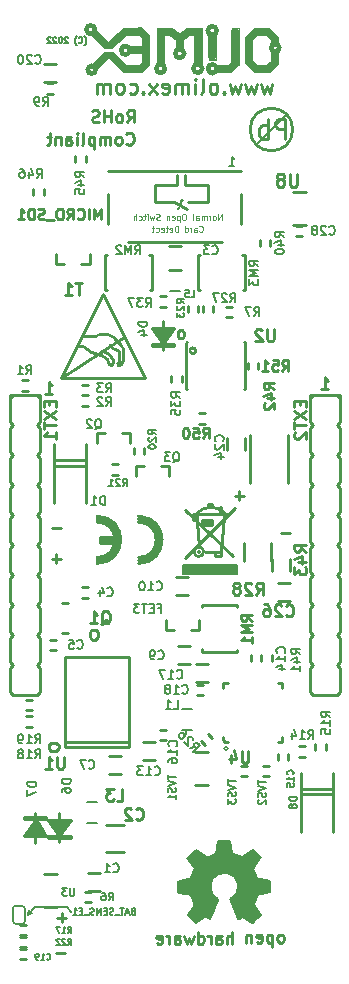
<source format=gbr>
G04 #@! TF.GenerationSoftware,KiCad,Pcbnew,5.1.6-c6e7f7d~87~ubuntu18.04.1*
G04 #@! TF.CreationDate,2022-10-06T15:06:41+03:00*
G04 #@! TF.ProjectId,ESP32-PoE_Rev_L,45535033-322d-4506-9f45-5f5265765f4c,L*
G04 #@! TF.SameCoordinates,Original*
G04 #@! TF.FileFunction,Legend,Bot*
G04 #@! TF.FilePolarity,Positive*
%FSLAX46Y46*%
G04 Gerber Fmt 4.6, Leading zero omitted, Abs format (unit mm)*
G04 Created by KiCad (PCBNEW 5.1.6-c6e7f7d~87~ubuntu18.04.1) date 2022-10-06 15:06:41*
%MOMM*%
%LPD*%
G01*
G04 APERTURE LIST*
%ADD10C,0.152400*%
%ADD11C,0.254000*%
%ADD12C,0.190500*%
%ADD13C,0.127000*%
%ADD14C,0.300000*%
%ADD15C,0.200000*%
%ADD16C,0.420000*%
%ADD17C,0.370000*%
%ADD18C,0.400000*%
%ADD19C,0.380000*%
%ADD20C,0.150000*%
%ADD21C,1.000000*%
%ADD22C,0.700000*%
%ADD23C,0.500000*%
%ADD24C,0.100000*%
%ADD25C,0.222250*%
%ADD26C,0.158750*%
%ADD27C,0.139700*%
%ADD28C,0.125000*%
G04 APERTURE END LIST*
D10*
X91694000Y-165989000D02*
X92075000Y-165862000D01*
X91694000Y-165989000D02*
X91821000Y-165608000D01*
X92329000Y-165354000D02*
X91694000Y-165989000D01*
X94996000Y-165354000D02*
X92329000Y-165354000D01*
X95377000Y-165735000D02*
X94996000Y-165354000D01*
D11*
X93719952Y-133277428D02*
X94494047Y-133277428D01*
X113150952Y-133658428D02*
X113925047Y-133658428D01*
X109988047Y-130501571D02*
X109213952Y-130501571D01*
X109601000Y-130888619D02*
X109601000Y-130114523D01*
X94494047Y-135835571D02*
X93719952Y-135835571D01*
X94107000Y-136222619D02*
X94107000Y-135448523D01*
X94100952Y-169218428D02*
X94875047Y-169218428D01*
X94560571Y-165855952D02*
X94560571Y-166630047D01*
X94947619Y-166243000D02*
X94173523Y-166243000D01*
D12*
X108748285Y-102579714D02*
X109183714Y-102579714D01*
X108966000Y-102579714D02*
X108966000Y-101817714D01*
X109038571Y-101926571D01*
X109111142Y-101999142D01*
X109183714Y-102035428D01*
D11*
X100027619Y-100692857D02*
X100076000Y-100741238D01*
X100221142Y-100789619D01*
X100317904Y-100789619D01*
X100463047Y-100741238D01*
X100559809Y-100644476D01*
X100608190Y-100547714D01*
X100656571Y-100354190D01*
X100656571Y-100209047D01*
X100608190Y-100015523D01*
X100559809Y-99918761D01*
X100463047Y-99822000D01*
X100317904Y-99773619D01*
X100221142Y-99773619D01*
X100076000Y-99822000D01*
X100027619Y-99870380D01*
X99447047Y-100789619D02*
X99543809Y-100741238D01*
X99592190Y-100692857D01*
X99640571Y-100596095D01*
X99640571Y-100305809D01*
X99592190Y-100209047D01*
X99543809Y-100160666D01*
X99447047Y-100112285D01*
X99301904Y-100112285D01*
X99205142Y-100160666D01*
X99156761Y-100209047D01*
X99108380Y-100305809D01*
X99108380Y-100596095D01*
X99156761Y-100692857D01*
X99205142Y-100741238D01*
X99301904Y-100789619D01*
X99447047Y-100789619D01*
X98672952Y-100789619D02*
X98672952Y-100112285D01*
X98672952Y-100209047D02*
X98624571Y-100160666D01*
X98527809Y-100112285D01*
X98382666Y-100112285D01*
X98285904Y-100160666D01*
X98237523Y-100257428D01*
X98237523Y-100789619D01*
X98237523Y-100257428D02*
X98189142Y-100160666D01*
X98092380Y-100112285D01*
X97947238Y-100112285D01*
X97850476Y-100160666D01*
X97802095Y-100257428D01*
X97802095Y-100789619D01*
X97318285Y-100112285D02*
X97318285Y-101128285D01*
X97318285Y-100160666D02*
X97221523Y-100112285D01*
X97028000Y-100112285D01*
X96931238Y-100160666D01*
X96882857Y-100209047D01*
X96834476Y-100305809D01*
X96834476Y-100596095D01*
X96882857Y-100692857D01*
X96931238Y-100741238D01*
X97028000Y-100789619D01*
X97221523Y-100789619D01*
X97318285Y-100741238D01*
X96253904Y-100789619D02*
X96350666Y-100741238D01*
X96399047Y-100644476D01*
X96399047Y-99773619D01*
X95866857Y-100789619D02*
X95866857Y-100112285D01*
X95866857Y-99773619D02*
X95915238Y-99822000D01*
X95866857Y-99870380D01*
X95818476Y-99822000D01*
X95866857Y-99773619D01*
X95866857Y-99870380D01*
X94947619Y-100789619D02*
X94947619Y-100257428D01*
X94996000Y-100160666D01*
X95092761Y-100112285D01*
X95286285Y-100112285D01*
X95383047Y-100160666D01*
X94947619Y-100741238D02*
X95044380Y-100789619D01*
X95286285Y-100789619D01*
X95383047Y-100741238D01*
X95431428Y-100644476D01*
X95431428Y-100547714D01*
X95383047Y-100450952D01*
X95286285Y-100402571D01*
X95044380Y-100402571D01*
X94947619Y-100354190D01*
X94463809Y-100112285D02*
X94463809Y-100789619D01*
X94463809Y-100209047D02*
X94415428Y-100160666D01*
X94318666Y-100112285D01*
X94173523Y-100112285D01*
X94076761Y-100160666D01*
X94028380Y-100257428D01*
X94028380Y-100789619D01*
X93689714Y-100112285D02*
X93302666Y-100112285D01*
X93544571Y-99773619D02*
X93544571Y-100644476D01*
X93496190Y-100741238D01*
X93399428Y-100789619D01*
X93302666Y-100789619D01*
X100094142Y-98884619D02*
X100432809Y-98400809D01*
X100674714Y-98884619D02*
X100674714Y-97868619D01*
X100287666Y-97868619D01*
X100190904Y-97917000D01*
X100142523Y-97965380D01*
X100094142Y-98062142D01*
X100094142Y-98207285D01*
X100142523Y-98304047D01*
X100190904Y-98352428D01*
X100287666Y-98400809D01*
X100674714Y-98400809D01*
X99513571Y-98884619D02*
X99610333Y-98836238D01*
X99658714Y-98787857D01*
X99707095Y-98691095D01*
X99707095Y-98400809D01*
X99658714Y-98304047D01*
X99610333Y-98255666D01*
X99513571Y-98207285D01*
X99368428Y-98207285D01*
X99271666Y-98255666D01*
X99223285Y-98304047D01*
X99174904Y-98400809D01*
X99174904Y-98691095D01*
X99223285Y-98787857D01*
X99271666Y-98836238D01*
X99368428Y-98884619D01*
X99513571Y-98884619D01*
X98739476Y-98884619D02*
X98739476Y-97868619D01*
X98739476Y-98352428D02*
X98158904Y-98352428D01*
X98158904Y-98884619D02*
X98158904Y-97868619D01*
X97723476Y-98836238D02*
X97578333Y-98884619D01*
X97336428Y-98884619D01*
X97239666Y-98836238D01*
X97191285Y-98787857D01*
X97142904Y-98691095D01*
X97142904Y-98594333D01*
X97191285Y-98497571D01*
X97239666Y-98449190D01*
X97336428Y-98400809D01*
X97529952Y-98352428D01*
X97626714Y-98304047D01*
X97675095Y-98255666D01*
X97723476Y-98158904D01*
X97723476Y-98062142D01*
X97675095Y-97965380D01*
X97626714Y-97917000D01*
X97529952Y-97868619D01*
X97288047Y-97868619D01*
X97142904Y-97917000D01*
X116549714Y-121490619D02*
X117130285Y-121490619D01*
X116840000Y-121490619D02*
X116840000Y-120474619D01*
X116936761Y-120619761D01*
X117033523Y-120716523D01*
X117130285Y-120764904D01*
X93181714Y-121871619D02*
X93762285Y-121871619D01*
X93472000Y-121871619D02*
X93472000Y-120855619D01*
X93568761Y-121000761D01*
X93665523Y-121097523D01*
X93762285Y-121145904D01*
D13*
X96483714Y-92371333D02*
X96507904Y-92347142D01*
X96556285Y-92274571D01*
X96580476Y-92226190D01*
X96604666Y-92153619D01*
X96628857Y-92032666D01*
X96628857Y-91935904D01*
X96604666Y-91814952D01*
X96580476Y-91742380D01*
X96556285Y-91694000D01*
X96507904Y-91621428D01*
X96483714Y-91597238D01*
X95999904Y-92129428D02*
X96024095Y-92153619D01*
X96096666Y-92177809D01*
X96145047Y-92177809D01*
X96217619Y-92153619D01*
X96266000Y-92105238D01*
X96290190Y-92056857D01*
X96314380Y-91960095D01*
X96314380Y-91887523D01*
X96290190Y-91790761D01*
X96266000Y-91742380D01*
X96217619Y-91694000D01*
X96145047Y-91669809D01*
X96096666Y-91669809D01*
X96024095Y-91694000D01*
X95999904Y-91718190D01*
X95830571Y-92371333D02*
X95806380Y-92347142D01*
X95758000Y-92274571D01*
X95733809Y-92226190D01*
X95709619Y-92153619D01*
X95685428Y-92032666D01*
X95685428Y-91935904D01*
X95709619Y-91814952D01*
X95733809Y-91742380D01*
X95758000Y-91694000D01*
X95806380Y-91621428D01*
X95830571Y-91597238D01*
X95080666Y-91718190D02*
X95056476Y-91694000D01*
X95008095Y-91669809D01*
X94887142Y-91669809D01*
X94838761Y-91694000D01*
X94814571Y-91718190D01*
X94790380Y-91766571D01*
X94790380Y-91814952D01*
X94814571Y-91887523D01*
X95104857Y-92177809D01*
X94790380Y-92177809D01*
X94475904Y-91669809D02*
X94427523Y-91669809D01*
X94379142Y-91694000D01*
X94354952Y-91718190D01*
X94330761Y-91766571D01*
X94306571Y-91863333D01*
X94306571Y-91984285D01*
X94330761Y-92081047D01*
X94354952Y-92129428D01*
X94379142Y-92153619D01*
X94427523Y-92177809D01*
X94475904Y-92177809D01*
X94524285Y-92153619D01*
X94548476Y-92129428D01*
X94572666Y-92081047D01*
X94596857Y-91984285D01*
X94596857Y-91863333D01*
X94572666Y-91766571D01*
X94548476Y-91718190D01*
X94524285Y-91694000D01*
X94475904Y-91669809D01*
X94113047Y-91718190D02*
X94088857Y-91694000D01*
X94040476Y-91669809D01*
X93919523Y-91669809D01*
X93871142Y-91694000D01*
X93846952Y-91718190D01*
X93822761Y-91766571D01*
X93822761Y-91814952D01*
X93846952Y-91887523D01*
X94137238Y-92177809D01*
X93822761Y-92177809D01*
X93629238Y-91718190D02*
X93605047Y-91694000D01*
X93556666Y-91669809D01*
X93435714Y-91669809D01*
X93387333Y-91694000D01*
X93363142Y-91718190D01*
X93338952Y-91766571D01*
X93338952Y-91814952D01*
X93363142Y-91887523D01*
X93653428Y-92177809D01*
X93338952Y-92177809D01*
D11*
X112401047Y-95612857D02*
X112159142Y-96459523D01*
X111917238Y-95854761D01*
X111675333Y-96459523D01*
X111433428Y-95612857D01*
X111070571Y-95612857D02*
X110828666Y-96459523D01*
X110586761Y-95854761D01*
X110344857Y-96459523D01*
X110102952Y-95612857D01*
X109740095Y-95612857D02*
X109498190Y-96459523D01*
X109256285Y-95854761D01*
X109014380Y-96459523D01*
X108772476Y-95612857D01*
X108288666Y-96338571D02*
X108228190Y-96399047D01*
X108288666Y-96459523D01*
X108349142Y-96399047D01*
X108288666Y-96338571D01*
X108288666Y-96459523D01*
X107502476Y-96459523D02*
X107623428Y-96399047D01*
X107683904Y-96338571D01*
X107744380Y-96217619D01*
X107744380Y-95854761D01*
X107683904Y-95733809D01*
X107623428Y-95673333D01*
X107502476Y-95612857D01*
X107321047Y-95612857D01*
X107200095Y-95673333D01*
X107139619Y-95733809D01*
X107079142Y-95854761D01*
X107079142Y-96217619D01*
X107139619Y-96338571D01*
X107200095Y-96399047D01*
X107321047Y-96459523D01*
X107502476Y-96459523D01*
X106353428Y-96459523D02*
X106474380Y-96399047D01*
X106534857Y-96278095D01*
X106534857Y-95189523D01*
X105869619Y-96459523D02*
X105869619Y-95612857D01*
X105869619Y-95189523D02*
X105930095Y-95250000D01*
X105869619Y-95310476D01*
X105809142Y-95250000D01*
X105869619Y-95189523D01*
X105869619Y-95310476D01*
X105264857Y-96459523D02*
X105264857Y-95612857D01*
X105264857Y-95733809D02*
X105204380Y-95673333D01*
X105083428Y-95612857D01*
X104902000Y-95612857D01*
X104781047Y-95673333D01*
X104720571Y-95794285D01*
X104720571Y-96459523D01*
X104720571Y-95794285D02*
X104660095Y-95673333D01*
X104539142Y-95612857D01*
X104357714Y-95612857D01*
X104236761Y-95673333D01*
X104176285Y-95794285D01*
X104176285Y-96459523D01*
X103087714Y-96399047D02*
X103208666Y-96459523D01*
X103450571Y-96459523D01*
X103571523Y-96399047D01*
X103632000Y-96278095D01*
X103632000Y-95794285D01*
X103571523Y-95673333D01*
X103450571Y-95612857D01*
X103208666Y-95612857D01*
X103087714Y-95673333D01*
X103027238Y-95794285D01*
X103027238Y-95915238D01*
X103632000Y-96036190D01*
X102603904Y-96459523D02*
X101938666Y-95612857D01*
X102603904Y-95612857D02*
X101938666Y-96459523D01*
X101454857Y-96338571D02*
X101394380Y-96399047D01*
X101454857Y-96459523D01*
X101515333Y-96399047D01*
X101454857Y-96338571D01*
X101454857Y-96459523D01*
X100305809Y-96399047D02*
X100426761Y-96459523D01*
X100668666Y-96459523D01*
X100789619Y-96399047D01*
X100850095Y-96338571D01*
X100910571Y-96217619D01*
X100910571Y-95854761D01*
X100850095Y-95733809D01*
X100789619Y-95673333D01*
X100668666Y-95612857D01*
X100426761Y-95612857D01*
X100305809Y-95673333D01*
X99580095Y-96459523D02*
X99701047Y-96399047D01*
X99761523Y-96338571D01*
X99822000Y-96217619D01*
X99822000Y-95854761D01*
X99761523Y-95733809D01*
X99701047Y-95673333D01*
X99580095Y-95612857D01*
X99398666Y-95612857D01*
X99277714Y-95673333D01*
X99217238Y-95733809D01*
X99156761Y-95854761D01*
X99156761Y-96217619D01*
X99217238Y-96338571D01*
X99277714Y-96399047D01*
X99398666Y-96459523D01*
X99580095Y-96459523D01*
X98612476Y-96459523D02*
X98612476Y-95612857D01*
X98612476Y-95733809D02*
X98552000Y-95673333D01*
X98431047Y-95612857D01*
X98249619Y-95612857D01*
X98128666Y-95673333D01*
X98068190Y-95794285D01*
X98068190Y-96459523D01*
X98068190Y-95794285D02*
X98007714Y-95673333D01*
X97886761Y-95612857D01*
X97705333Y-95612857D01*
X97584380Y-95673333D01*
X97523904Y-95794285D01*
X97523904Y-96459523D01*
X106426000Y-123507500D02*
X106172000Y-123507500D01*
X106426000Y-123507500D02*
X106680000Y-123507500D01*
X106426000Y-124396500D02*
X106680000Y-124396500D01*
X106426000Y-124396500D02*
X106172000Y-124396500D01*
X112395000Y-136906000D02*
X112395000Y-135890000D01*
X113919000Y-136906000D02*
X113919000Y-135890000D01*
X113741000Y-125323200D02*
X113741000Y-129387200D01*
X110541000Y-125323200D02*
X110541000Y-129387200D01*
D13*
X96723200Y-158242000D02*
X97561400Y-158242000D01*
X96723200Y-156464000D02*
X97561400Y-156464000D01*
D11*
X92316300Y-159867600D02*
X92316300Y-157391100D01*
X93268800Y-159283400D02*
X92354400Y-157911800D01*
X92354400Y-157911800D02*
X91363800Y-159283400D01*
X93268800Y-157911800D02*
X91363800Y-157911800D01*
X93268800Y-159283400D02*
X91363800Y-159283400D01*
X93268800Y-157734000D02*
X91363800Y-157734000D01*
X91363800Y-157911800D02*
X91363800Y-157734000D01*
X93268800Y-157911800D02*
X93268800Y-157734000D01*
X91567000Y-159131000D02*
X93091000Y-159131000D01*
X92964000Y-159004000D02*
X91694000Y-159004000D01*
X91821000Y-158877000D02*
X92964000Y-158877000D01*
X92710000Y-158750000D02*
X91821000Y-158750000D01*
X92710000Y-158623000D02*
X91948000Y-158623000D01*
X92583000Y-158496000D02*
X91948000Y-158496000D01*
X92456000Y-158369000D02*
X92075000Y-158369000D01*
X106984800Y-155018700D02*
X105854500Y-155018700D01*
X106984800Y-152212000D02*
X105854500Y-152212000D01*
X111887000Y-154241500D02*
X112141000Y-154241500D01*
X111887000Y-154241500D02*
X111633000Y-154241500D01*
X111887000Y-153352500D02*
X111633000Y-153352500D01*
X111887000Y-153352500D02*
X112141000Y-153352500D01*
X102997000Y-117221000D02*
X103378000Y-117221000D01*
X102870000Y-117094000D02*
X103505000Y-117094000D01*
X102743000Y-116967000D02*
X103505000Y-116967000D01*
X102743000Y-116840000D02*
X103632000Y-116840000D01*
X103632000Y-116713000D02*
X102489000Y-116713000D01*
X102489000Y-116586000D02*
X103759000Y-116586000D01*
X103886000Y-116459000D02*
X102362000Y-116459000D01*
X102184200Y-117678200D02*
X102184200Y-117856000D01*
X104089200Y-117678200D02*
X104089200Y-117856000D01*
X102184200Y-117856000D02*
X104089200Y-117856000D01*
X102184200Y-116306600D02*
X104089200Y-116306600D01*
X102184200Y-117678200D02*
X104089200Y-117678200D01*
X103098600Y-117678200D02*
X104089200Y-116306600D01*
X102184200Y-116306600D02*
X103098600Y-117678200D01*
X103136700Y-115722400D02*
X103136700Y-118198900D01*
X97814000Y-134239000D02*
X99064000Y-134239000D01*
X97814000Y-134489000D02*
X99064000Y-134489000D01*
X97814000Y-133989000D02*
X97814000Y-134489000D01*
X99064000Y-133989000D02*
X97814000Y-133989000D01*
X97564000Y-132239000D02*
X97564000Y-132739000D01*
X97564000Y-135739000D02*
X97564000Y-136239000D01*
X101064000Y-135739000D02*
X101064000Y-136239000D01*
X101064000Y-132239000D02*
X101064000Y-132739000D01*
X97564000Y-136239000D02*
G75*
G03*
X97564000Y-132239000I0J2000000D01*
G01*
D14*
X97613980Y-135989000D02*
G75*
G03*
X97614000Y-132489000I-49980J1750000D01*
G01*
D11*
X97564000Y-135739000D02*
G75*
G03*
X97564000Y-132739000I0J1500000D01*
G01*
D14*
X101113980Y-135989000D02*
G75*
G03*
X101114000Y-132489000I-49980J1750000D01*
G01*
D11*
X101064000Y-136239000D02*
G75*
G03*
X101064000Y-132239000I0J2000000D01*
G01*
X101064000Y-135739000D02*
G75*
G03*
X101064000Y-132739000I0J1500000D01*
G01*
X98552000Y-152527000D02*
X99568000Y-152527000D01*
X98552000Y-154051000D02*
X99568000Y-154051000D01*
X102946200Y-128016000D02*
X103657400Y-128016000D01*
X103657400Y-128854200D02*
X103657400Y-128016000D01*
X100812600Y-128854200D02*
X100812600Y-128016000D01*
X100812600Y-128016000D02*
X101523800Y-128016000D01*
X99641660Y-125181360D02*
X100352860Y-125181360D01*
X100352860Y-126019560D02*
X100352860Y-125181360D01*
X97508060Y-126019560D02*
X97508060Y-125181360D01*
X97508060Y-125181360D02*
X98219260Y-125181360D01*
X96926400Y-110871000D02*
X96215200Y-110871000D01*
X96926400Y-110032800D02*
X96926400Y-110871000D01*
X94081600Y-110032800D02*
X94081600Y-110871000D01*
X94792800Y-110871000D02*
X94081600Y-110871000D01*
D13*
X103708200Y-113157000D02*
X104546400Y-113157000D01*
X103708200Y-111379000D02*
X104546400Y-111379000D01*
D11*
X106197400Y-141859000D02*
X105486200Y-141859000D01*
X106197400Y-141020800D02*
X106197400Y-141859000D01*
X103352600Y-141020800D02*
X103352600Y-141859000D01*
X104063800Y-141859000D02*
X103352600Y-141859000D01*
D15*
X108634013Y-151892000D02*
G75*
G03*
X108634013Y-151892000I-176013J0D01*
G01*
D11*
X108645960Y-151343360D02*
X108419900Y-151343360D01*
X113243360Y-151343360D02*
X112842040Y-151343360D01*
X113243360Y-150942040D02*
X113243360Y-151343360D01*
X113243360Y-146344640D02*
X113243360Y-146745960D01*
X112842040Y-146344640D02*
X113243360Y-146344640D01*
X108244640Y-146344640D02*
X108645960Y-146344640D01*
X108244640Y-146745960D02*
X108244640Y-146344640D01*
X108244640Y-151168100D02*
X108244640Y-150942040D01*
X108419900Y-151343360D02*
X108244640Y-151168100D01*
X103124000Y-150304500D02*
X103378000Y-150304500D01*
X103124000Y-150304500D02*
X102870000Y-150304500D01*
X103124000Y-151193500D02*
X102870000Y-151193500D01*
X103124000Y-151193500D02*
X103378000Y-151193500D01*
X102489000Y-152908000D02*
X101473000Y-152908000D01*
X102489000Y-151384000D02*
X101473000Y-151384000D01*
X91313000Y-167830500D02*
X91059000Y-167830500D01*
X91313000Y-167830500D02*
X91567000Y-167830500D01*
X91313000Y-168719500D02*
X91567000Y-168719500D01*
X91313000Y-168719500D02*
X91059000Y-168719500D01*
X91313000Y-167703500D02*
X91567000Y-167703500D01*
X91313000Y-167703500D02*
X91059000Y-167703500D01*
X91313000Y-166814500D02*
X91059000Y-166814500D01*
X91313000Y-166814500D02*
X91567000Y-166814500D01*
X94373700Y-157378400D02*
X94373700Y-159854900D01*
X93421200Y-157962600D02*
X94335600Y-159334200D01*
X94335600Y-159334200D02*
X95326200Y-157962600D01*
X93421200Y-159334200D02*
X95326200Y-159334200D01*
X93421200Y-157962600D02*
X95326200Y-157962600D01*
X93421200Y-159512000D02*
X95326200Y-159512000D01*
X95326200Y-159334200D02*
X95326200Y-159512000D01*
X93421200Y-159334200D02*
X93421200Y-159512000D01*
X95123000Y-158115000D02*
X93599000Y-158115000D01*
X93726000Y-158242000D02*
X94996000Y-158242000D01*
X94869000Y-158369000D02*
X93726000Y-158369000D01*
X93980000Y-158496000D02*
X94869000Y-158496000D01*
X93980000Y-158623000D02*
X94742000Y-158623000D01*
X94107000Y-158750000D02*
X94742000Y-158750000D01*
X94234000Y-158877000D02*
X94615000Y-158877000D01*
X91313000Y-168846500D02*
X91059000Y-168846500D01*
X91313000Y-168846500D02*
X91567000Y-168846500D01*
X91313000Y-169735500D02*
X91567000Y-169735500D01*
X91313000Y-169735500D02*
X91059000Y-169735500D01*
X93599000Y-96456500D02*
X93853000Y-96456500D01*
X93599000Y-96456500D02*
X93345000Y-96456500D01*
X93599000Y-95567500D02*
X93345000Y-95567500D01*
X93599000Y-95567500D02*
X93853000Y-95567500D01*
X96774000Y-164020500D02*
X96520000Y-164020500D01*
X96774000Y-164020500D02*
X97028000Y-164020500D01*
X96774000Y-164909500D02*
X97028000Y-164909500D01*
X96774000Y-164909500D02*
X96520000Y-164909500D01*
X94157800Y-162560000D02*
X93027500Y-162560000D01*
X94157800Y-165366700D02*
X93027500Y-165366700D01*
D16*
X109557820Y-166164260D02*
X109006640Y-164741860D01*
D17*
X109903260Y-165978840D02*
X109585760Y-166184580D01*
D18*
X110693200Y-166527480D02*
X109913420Y-165996620D01*
D19*
X111269780Y-165989000D02*
X110705900Y-166527480D01*
D17*
X111254540Y-165989000D02*
X110721140Y-165155880D01*
X111079280Y-164228780D02*
X110721140Y-165112700D01*
X112057180Y-163987480D02*
X111107220Y-164205920D01*
D19*
X112047020Y-163210240D02*
X112052100Y-163997640D01*
D17*
X112059720Y-163197540D02*
X111041180Y-163017200D01*
X111010700Y-162981640D02*
X110662720Y-162115500D01*
X111239300Y-161213800D02*
X110683040Y-162064700D01*
D19*
X111249460Y-161190940D02*
X110749080Y-160657540D01*
D17*
X110700820Y-160632140D02*
X109872780Y-161284920D01*
X109811820Y-161274760D02*
X108966000Y-160868360D01*
X108706920Y-159834580D02*
X108912660Y-160848040D01*
X108714540Y-159821880D02*
X107929680Y-159821880D01*
X107947460Y-159842200D02*
X107734100Y-160860740D01*
X107734100Y-160860740D02*
X106832400Y-161310320D01*
X106819700Y-161305240D02*
X105915460Y-160670800D01*
X105915460Y-160672780D02*
X105361740Y-161218880D01*
X105361740Y-161221420D02*
X105978960Y-162011360D01*
X105978960Y-162011360D02*
X105638600Y-162948620D01*
X105638600Y-162948620D02*
X104556560Y-163177220D01*
X104556560Y-163177220D02*
X104556560Y-164012880D01*
X104556560Y-164012880D02*
X105570020Y-164183060D01*
X105570020Y-164183060D02*
X105976420Y-165094920D01*
X105925620Y-166542720D02*
X106761280Y-165976300D01*
X106761280Y-165976300D02*
X107099100Y-166161720D01*
X107099100Y-166161720D02*
X107673140Y-164721540D01*
X105976420Y-165094920D02*
X105356660Y-165981380D01*
X105910380Y-166535100D02*
X105356660Y-165989000D01*
D20*
X109476540Y-166344600D02*
X108826300Y-164675820D01*
X109860080Y-166141400D02*
X109514640Y-166362380D01*
X109872780Y-166131240D02*
X110698280Y-166695120D01*
X110705900Y-166702740D02*
X111427260Y-166009320D01*
X111434880Y-166006780D02*
X110837980Y-165143180D01*
X112196880Y-164099240D02*
X111125000Y-164294820D01*
X112196880Y-163106100D02*
X112196880Y-164091620D01*
X112199420Y-163103560D02*
X111028480Y-162900360D01*
X111130080Y-162905440D02*
X110794800Y-162072320D01*
X111391700Y-161221420D02*
X110797340Y-162074860D01*
X111412020Y-161185860D02*
X110738920Y-160472120D01*
X110726220Y-160469580D02*
X109755940Y-161185860D01*
X109791500Y-161117280D02*
X108887260Y-160738820D01*
X108803440Y-159722820D02*
X109004100Y-160748980D01*
X108793280Y-159715200D02*
X107828080Y-159715200D01*
X107828080Y-159715200D02*
X107602020Y-160886140D01*
X107612180Y-160804860D02*
X106807000Y-161142680D01*
X106926380Y-161190940D02*
X105915460Y-160517840D01*
X105910380Y-160515300D02*
X105216960Y-161206180D01*
X105211880Y-161213800D02*
X105915460Y-162204400D01*
X105826560Y-162095180D02*
X105460800Y-162963860D01*
X104523540Y-163865560D02*
X105630980Y-164089080D01*
X104439720Y-163123880D02*
X104442260Y-164081460D01*
X105577640Y-164312600D02*
X104454960Y-164101780D01*
X105473500Y-164279580D02*
X105854500Y-165260020D01*
X105506520Y-165915340D02*
X105991660Y-166446200D01*
X105902760Y-166690040D02*
X105219500Y-165999160D01*
X106789220Y-166075360D02*
X105912920Y-166695120D01*
X105925620Y-166380160D02*
X106746040Y-165851840D01*
X106608880Y-166047420D02*
X107137200Y-166375080D01*
X107137200Y-166375080D02*
X107523280Y-165394640D01*
X107528360Y-164696140D02*
X107000040Y-166077900D01*
X111904780Y-163294060D02*
X111904780Y-163944300D01*
X112047020Y-163349940D02*
X110931960Y-163103560D01*
X110517940Y-162082480D02*
X110904020Y-163080700D01*
X110512860Y-162087560D02*
X111114840Y-161178240D01*
X110756700Y-160733740D02*
X109872780Y-161455100D01*
X107485180Y-164754560D02*
X107307380Y-164632640D01*
X107307380Y-164632640D02*
X106931460Y-163921440D01*
X106931460Y-163921440D02*
X106931460Y-163403280D01*
X106926380Y-163415980D02*
X107160060Y-162742880D01*
X107160060Y-162742880D02*
X107670600Y-162313620D01*
X107670600Y-162313620D02*
X108485940Y-162153600D01*
X108485940Y-162145980D02*
X109357160Y-162575240D01*
X109357160Y-162575240D02*
X109776260Y-163306760D01*
X109781340Y-163311840D02*
X109649260Y-164134800D01*
X109644180Y-164165280D02*
X109550200Y-164335460D01*
X109644180Y-164165280D02*
X109550200Y-164335460D01*
X109420660Y-164386260D02*
X109161580Y-164724080D01*
X109052360Y-164500560D02*
X108826300Y-164675820D01*
X107551220Y-164503100D02*
X107805220Y-164668200D01*
X107688380Y-164957760D02*
X107810300Y-164673280D01*
X109867700Y-161452560D02*
X108884720Y-160959800D01*
X109537500Y-164365940D02*
X109230160Y-164632640D01*
D21*
X110553500Y-165795960D02*
X109700060Y-164774880D01*
X111589820Y-163591240D02*
X110172500Y-163530280D01*
X110604300Y-161305240D02*
X109542580Y-162412680D01*
X108343700Y-160329880D02*
X108338620Y-161843720D01*
X106078020Y-161386520D02*
X107190540Y-162453320D01*
X105087420Y-163570920D02*
X106555540Y-163657280D01*
X109877860Y-165623240D02*
X109512100Y-164861240D01*
X110543340Y-164724080D02*
X109979460Y-164244020D01*
X110792260Y-164078920D02*
X110086140Y-163951920D01*
X110467140Y-162834320D02*
X110025180Y-162994340D01*
X110291880Y-162354260D02*
X109834680Y-162643820D01*
X109293660Y-161577020D02*
X109118400Y-161935160D01*
X108859320Y-161317940D02*
X108691680Y-161927540D01*
X107594400Y-161333180D02*
X107815380Y-162018980D01*
X107007660Y-161584640D02*
X107426760Y-162171380D01*
X106138980Y-162453320D02*
X106794300Y-162819080D01*
X105897680Y-163146740D02*
X106619040Y-163294060D01*
X106733340Y-164304980D02*
X106123740Y-164411660D01*
X107053380Y-164724080D02*
X106436160Y-165051740D01*
X107167680Y-164861240D02*
X105986580Y-165874700D01*
X107167680Y-164769800D02*
X106834940Y-165501320D01*
D17*
X109232700Y-162697160D02*
G75*
G02*
X109156500Y-164551360I-965200J-889000D01*
G01*
X107281980Y-162869880D02*
G75*
G02*
X109207300Y-162671760I1061720J-863600D01*
G01*
X107662980Y-164719000D02*
G75*
G02*
X107292140Y-162854640I746760J1117600D01*
G01*
D11*
X96520000Y-121983500D02*
X96774000Y-121983500D01*
X96520000Y-121983500D02*
X96266000Y-121983500D01*
X96520000Y-121094500D02*
X96266000Y-121094500D01*
X96520000Y-121094500D02*
X96774000Y-121094500D01*
X105283000Y-137414000D02*
X104267000Y-137414000D01*
X105283000Y-138938000D02*
X104267000Y-138938000D01*
D18*
X112973747Y-92583000D02*
G75*
G03*
X112973747Y-92583000I-337447J0D01*
G01*
D22*
X112649000Y-91808300D02*
X112141000Y-91300300D01*
X111048800Y-91224100D02*
X110413800Y-91833700D01*
X110439200Y-93789500D02*
X110998000Y-94373700D01*
X108813600Y-94386400D02*
X109270800Y-93929200D01*
X107827800Y-94386400D02*
X108813600Y-94386400D01*
D18*
X107681324Y-94361000D02*
G75*
G03*
X107681324Y-94361000I-366324J0D01*
G01*
D22*
X107315000Y-91668600D02*
X107315000Y-93268800D01*
D18*
X107675818Y-91135200D02*
G75*
G03*
X107675818Y-91135200I-373518J0D01*
G01*
X106442759Y-94335600D02*
G75*
G03*
X106442759Y-94335600I-359659J0D01*
G01*
D22*
X106095800Y-93827600D02*
X106095800Y-91236800D01*
X106095800Y-91236800D02*
X105257600Y-91236800D01*
X105257600Y-91236800D02*
X104648000Y-91744800D01*
X104546400Y-92532200D02*
X104546400Y-91821000D01*
X104470200Y-91744800D02*
X103835200Y-91236800D01*
D18*
X104917318Y-93065600D02*
G75*
G03*
X104917318Y-93065600I-370918J0D01*
G01*
D22*
X103835200Y-91236800D02*
X102946200Y-91236800D01*
D18*
X103296729Y-94348300D02*
G75*
G03*
X103296729Y-94348300I-363229J0D01*
G01*
X97433666Y-94437200D02*
G75*
G03*
X97433666Y-94437200I-329466J0D01*
G01*
D22*
X97434400Y-94081600D02*
X98272600Y-93268800D01*
D23*
X98780600Y-93167200D02*
X98247200Y-93167200D01*
D22*
X99923600Y-94386400D02*
X98780600Y-93268800D01*
X101244400Y-94386400D02*
X99923600Y-94386400D01*
X101676200Y-93954600D02*
X101244400Y-94386400D01*
X101676200Y-91719400D02*
X101676200Y-93954600D01*
X101676200Y-91694000D02*
X101193600Y-91186000D01*
X101145500Y-91211400D02*
X99923600Y-91211400D01*
X99923600Y-91211400D02*
X98831400Y-92278200D01*
D23*
X98806000Y-92392500D02*
X98247200Y-92392500D01*
D22*
X97383600Y-91401900D02*
X98247200Y-92295600D01*
D18*
X97374735Y-91046300D02*
G75*
G03*
X97374735Y-91046300I-359435J0D01*
G01*
D22*
X100457000Y-92786200D02*
X101676200Y-92786200D01*
D18*
X100308659Y-92786200D02*
G75*
G03*
X100308659Y-92786200I-359659J0D01*
G01*
D22*
X112077500Y-94399100D02*
X111036100Y-94399100D01*
X112636300Y-93840300D02*
X112636300Y-93078300D01*
X112649000Y-93827600D02*
X112064800Y-94399100D01*
X112649000Y-91859100D02*
X112649000Y-92100400D01*
X110426500Y-91821000D02*
X110426500Y-93751400D01*
X111048800Y-91211400D02*
X112052100Y-91211400D01*
X102933500Y-91224100D02*
X102933500Y-93827600D01*
X109270800Y-93941900D02*
X109270800Y-91211400D01*
D24*
X109270800Y-90868500D02*
X109550200Y-90868500D01*
X109575600Y-90868500D02*
X109575600Y-94018100D01*
X109562900Y-90868500D02*
X109575600Y-90868500D01*
X109550200Y-90868500D02*
X109562900Y-90868500D01*
X109435900Y-90957400D02*
X109499400Y-90944700D01*
X108953300Y-90868500D02*
X108953300Y-93903800D01*
X109258100Y-90868500D02*
X108953300Y-90868500D01*
X109131100Y-90944700D02*
X109016800Y-90944700D01*
X107632500Y-91554300D02*
X107632500Y-93573600D01*
X106997500Y-93573600D02*
X106997500Y-91554300D01*
X107022900Y-93573600D02*
X106997500Y-93573600D01*
X107632500Y-93573600D02*
X107022900Y-93573600D01*
X107492800Y-93510100D02*
X107556300Y-93510100D01*
X107149900Y-93510100D02*
X107061000Y-93510100D01*
X106413300Y-93916500D02*
X106413300Y-90932000D01*
X105168700Y-90919300D02*
X104584500Y-91401900D01*
X106413300Y-90919300D02*
X105168700Y-90919300D01*
X106260900Y-90982800D02*
X106337100Y-90982800D01*
X102603300Y-93941900D02*
X102603300Y-90932000D01*
X103924100Y-90919300D02*
X104546400Y-91414600D01*
X103898700Y-90919300D02*
X103924100Y-90919300D01*
X102603300Y-90919300D02*
X103898700Y-90919300D01*
X102603300Y-90932000D02*
X102603300Y-90919300D01*
X102755700Y-90995500D02*
X102654100Y-90995500D01*
X99809300Y-90881200D02*
X98552000Y-92125800D01*
X99860100Y-90881200D02*
X99809300Y-90881200D01*
X101231700Y-90881200D02*
X99860100Y-90881200D01*
D13*
X106299000Y-135255000D02*
G75*
G03*
X106299000Y-135255000I-127000J0D01*
G01*
D11*
X107315000Y-131191000D02*
X107315000Y-131318000D01*
X107315000Y-131318000D02*
X106934000Y-131318000D01*
X106934000Y-131318000D02*
X106934000Y-131191000D01*
X106934000Y-131191000D02*
X107315000Y-131191000D01*
X107188000Y-132715000D02*
X106553000Y-132715000D01*
X107315000Y-132588000D02*
X106426000Y-132588000D01*
X106426000Y-132588000D02*
X106426000Y-132969000D01*
X106426000Y-132969000D02*
X107315000Y-132969000D01*
X107315000Y-132969000D02*
X107315000Y-132588000D01*
X105918000Y-132588000D02*
X105918000Y-132207000D01*
X105918000Y-132207000D02*
X105791000Y-132207000D01*
X105791000Y-132207000D02*
X105791000Y-132588000D01*
X105918000Y-132207000D02*
X105918000Y-132334000D01*
X105918000Y-132080000D02*
X105791000Y-132461000D01*
X105918000Y-132207000D02*
X105918000Y-132334000D01*
X106045000Y-132080000D02*
X106045000Y-132588000D01*
X106045000Y-132588000D02*
X105664000Y-132588000D01*
X105664000Y-132588000D02*
X105664000Y-132080000D01*
X108077000Y-131953000D02*
X108077000Y-131445000D01*
X108077000Y-131445000D02*
X107950000Y-131445000D01*
X107950000Y-131445000D02*
X107950000Y-131953000D01*
X106573609Y-135255000D02*
G75*
G03*
X106573609Y-135255000I-401609J0D01*
G01*
X106172000Y-134747000D02*
X106045000Y-132715000D01*
X108077000Y-135255000D02*
X108077000Y-135636000D01*
X108077000Y-135636000D02*
X107569000Y-135636000D01*
X107569000Y-135636000D02*
X107569000Y-135382000D01*
X108585000Y-132080000D02*
X105664000Y-132080000D01*
X108077000Y-135255000D02*
X108331000Y-132207000D01*
X108077000Y-135255000D02*
X106680000Y-135255000D01*
X109093000Y-135636000D02*
X105029000Y-131699000D01*
X109220000Y-131572000D02*
X105029000Y-135763000D01*
D20*
X109375200Y-137008400D02*
X104955600Y-137008400D01*
X104955600Y-136906800D02*
X109324400Y-136906800D01*
X109375200Y-136703600D02*
X104904800Y-136703600D01*
X109375200Y-136551200D02*
X104955600Y-136551200D01*
X104904800Y-136805200D02*
X109324400Y-136805200D01*
X104904800Y-136652800D02*
X109324400Y-136652800D01*
X109375200Y-136500400D02*
X104904800Y-136500400D01*
X104904800Y-136398800D02*
X109324400Y-136398800D01*
X104854000Y-137110000D02*
X109426000Y-137110000D01*
X109426000Y-137110000D02*
X109426000Y-136348000D01*
X109426000Y-136348000D02*
X104854000Y-136348000D01*
X104854000Y-136348000D02*
X104854000Y-137110000D01*
D11*
X106045000Y-131953000D02*
G75*
G02*
X108331000Y-131953000I1143000J-1143000D01*
G01*
X114121037Y-99501960D02*
G75*
G03*
X114121037Y-99501960I-1802237J0D01*
G01*
D15*
X111158020Y-100665280D02*
X113591340Y-98244660D01*
D11*
X104648000Y-109347000D02*
X103632000Y-109347000D01*
X104648000Y-111379000D02*
X103632000Y-111379000D01*
X110553500Y-144272000D02*
X110553500Y-144526000D01*
X110553500Y-144272000D02*
X110553500Y-144018000D01*
X111442500Y-144272000D02*
X111442500Y-144018000D01*
X111442500Y-144272000D02*
X111442500Y-144526000D01*
X106299000Y-147383500D02*
X106553000Y-147383500D01*
X106299000Y-147383500D02*
X106045000Y-147383500D01*
X106299000Y-146494500D02*
X106045000Y-146494500D01*
X106299000Y-146494500D02*
X106553000Y-146494500D01*
X112839500Y-152654000D02*
X112839500Y-152908000D01*
X112839500Y-152654000D02*
X112839500Y-152400000D01*
X113728500Y-152654000D02*
X113728500Y-152400000D01*
X113728500Y-152654000D02*
X113728500Y-152908000D01*
X92138500Y-104775000D02*
X92138500Y-105029000D01*
X92138500Y-104775000D02*
X92138500Y-104521000D01*
X93027500Y-104775000D02*
X93027500Y-104521000D01*
X93027500Y-104775000D02*
X93027500Y-105029000D01*
X111315500Y-109093000D02*
X111315500Y-109347000D01*
X111315500Y-109093000D02*
X111315500Y-108839000D01*
X112204500Y-109093000D02*
X112204500Y-108839000D01*
X112204500Y-109093000D02*
X112204500Y-109347000D01*
X104711500Y-120650000D02*
X104711500Y-120396000D01*
X104711500Y-120650000D02*
X104711500Y-120904000D01*
X103822500Y-120650000D02*
X103822500Y-120904000D01*
X103822500Y-120650000D02*
X103822500Y-120396000D01*
X106514481Y-151466099D02*
X106694086Y-151645704D01*
X106514481Y-151466099D02*
X106334876Y-151286494D01*
X107143099Y-150837481D02*
X106963494Y-150657876D01*
X107143099Y-150837481D02*
X107322704Y-151017086D01*
X116014500Y-151765000D02*
X116014500Y-152019000D01*
X116014500Y-151765000D02*
X116014500Y-151511000D01*
X116903500Y-151765000D02*
X116903500Y-151511000D01*
X116903500Y-151765000D02*
X116903500Y-152019000D01*
X114935000Y-151701500D02*
X114681000Y-151701500D01*
X114935000Y-151701500D02*
X115189000Y-151701500D01*
X114935000Y-152590500D02*
X115189000Y-152590500D01*
X114935000Y-152590500D02*
X114681000Y-152590500D01*
X96520000Y-121983500D02*
X96266000Y-121983500D01*
X96520000Y-121983500D02*
X96774000Y-121983500D01*
X96520000Y-122872500D02*
X96774000Y-122872500D01*
X96520000Y-122872500D02*
X96266000Y-122872500D01*
X91440000Y-120713500D02*
X91186000Y-120713500D01*
X91440000Y-120713500D02*
X91694000Y-120713500D01*
X91440000Y-121602500D02*
X91694000Y-121602500D01*
X91440000Y-121602500D02*
X91186000Y-121602500D01*
X91821000Y-148653500D02*
X92075000Y-148653500D01*
X91821000Y-148653500D02*
X91567000Y-148653500D01*
X91821000Y-147764500D02*
X91567000Y-147764500D01*
X91821000Y-147764500D02*
X92075000Y-147764500D01*
X91821000Y-150050500D02*
X92075000Y-150050500D01*
X91821000Y-150050500D02*
X91567000Y-150050500D01*
X91821000Y-149161500D02*
X91567000Y-149161500D01*
X91821000Y-149161500D02*
X92075000Y-149161500D01*
X115570000Y-121950000D02*
X118110000Y-121950000D01*
X117856000Y-127030000D02*
X118110000Y-127284000D01*
X118110000Y-126776000D02*
X117856000Y-127030000D01*
X118110000Y-124236000D02*
X118110000Y-122458000D01*
X117856000Y-124490000D02*
X118110000Y-124236000D01*
X118110000Y-124744000D02*
X117856000Y-124490000D01*
X118110000Y-126776000D02*
X118110000Y-124744000D01*
X118110000Y-122458000D02*
X118110000Y-121950000D01*
X118110000Y-122204000D02*
X117856000Y-121950000D01*
X115824000Y-121950000D02*
X115570000Y-122204000D01*
X118110000Y-129316000D02*
X118110000Y-127284000D01*
X117856000Y-129570000D02*
X118110000Y-129316000D01*
X118110000Y-132364000D02*
X117856000Y-132110000D01*
X118110000Y-131856000D02*
X118110000Y-129824000D01*
X117856000Y-132110000D02*
X118110000Y-131856000D01*
X115570000Y-131856000D02*
X115824000Y-132110000D01*
X115570000Y-129824000D02*
X115570000Y-131856000D01*
X115824000Y-129570000D02*
X115570000Y-129824000D01*
X115570000Y-129316000D02*
X115824000Y-129570000D01*
X115570000Y-127284000D02*
X115570000Y-129316000D01*
X115824000Y-127030000D02*
X115570000Y-127284000D01*
X115570000Y-126776000D02*
X115824000Y-127030000D01*
X115570000Y-124744000D02*
X115570000Y-126776000D01*
X115824000Y-124490000D02*
X115570000Y-124744000D01*
X115570000Y-124236000D02*
X115824000Y-124490000D01*
X115570000Y-122204000D02*
X115570000Y-124236000D01*
X115570000Y-121950000D02*
X115570000Y-122204000D01*
X115824000Y-132110000D02*
X115570000Y-132364000D01*
X115570000Y-132364000D02*
X115570000Y-134396000D01*
X115570000Y-136936000D02*
X115824000Y-137190000D01*
X118110000Y-134396000D02*
X118110000Y-132364000D01*
X118110000Y-129824000D02*
X117856000Y-129570000D01*
X117856000Y-137190000D02*
X118110000Y-136936000D01*
X115570000Y-134904000D02*
X115570000Y-136936000D01*
X115824000Y-134650000D02*
X115570000Y-134904000D01*
X118110000Y-136936000D02*
X118110000Y-134904000D01*
X117856000Y-134650000D02*
X118110000Y-134396000D01*
X118110000Y-134904000D02*
X117856000Y-134650000D01*
X115570000Y-134396000D02*
X115824000Y-134650000D01*
X115570000Y-136936000D02*
X115824000Y-137190000D01*
X117856000Y-137190000D02*
X118110000Y-136936000D01*
X118110000Y-136936000D02*
X118110000Y-134904000D01*
X115570000Y-134904000D02*
X115570000Y-136936000D01*
X115824000Y-134650000D02*
X115570000Y-134904000D01*
X118110000Y-134904000D02*
X117856000Y-134650000D01*
X118110000Y-139984000D02*
X117856000Y-139730000D01*
X115824000Y-139730000D02*
X115570000Y-139984000D01*
X115570000Y-139984000D02*
X115570000Y-142016000D01*
X118110000Y-142016000D02*
X118110000Y-139984000D01*
X117856000Y-142270000D02*
X118110000Y-142016000D01*
X115570000Y-142016000D02*
X115824000Y-142270000D01*
X115570000Y-139476000D02*
X115824000Y-139730000D01*
X118110000Y-139984000D02*
X117856000Y-139730000D01*
X117856000Y-139730000D02*
X118110000Y-139476000D01*
X118110000Y-142016000D02*
X118110000Y-139984000D01*
X115824000Y-139730000D02*
X115570000Y-139984000D01*
X115570000Y-139984000D02*
X115570000Y-142016000D01*
X117856000Y-142270000D02*
X118110000Y-142016000D01*
X118110000Y-139476000D02*
X118110000Y-137444000D01*
X115570000Y-142016000D02*
X115824000Y-142270000D01*
X115570000Y-137444000D02*
X115570000Y-139476000D01*
X115824000Y-137190000D02*
X115570000Y-137444000D01*
X118110000Y-137444000D02*
X117856000Y-137190000D01*
X118110000Y-142524000D02*
X117856000Y-142270000D01*
X115824000Y-142270000D02*
X115570000Y-142524000D01*
X115570000Y-142524000D02*
X115570000Y-144556000D01*
X115570000Y-147096000D02*
X115824000Y-147350000D01*
X118110000Y-144556000D02*
X118110000Y-142524000D01*
X117856000Y-147350000D02*
X118110000Y-147096000D01*
X115824000Y-147350000D02*
X117856000Y-147350000D01*
X115570000Y-145064000D02*
X115570000Y-147096000D01*
X115824000Y-144810000D02*
X115570000Y-145064000D01*
X118110000Y-147096000D02*
X118110000Y-145064000D01*
X117856000Y-144810000D02*
X118110000Y-144556000D01*
X118110000Y-145064000D02*
X117856000Y-144810000D01*
X115570000Y-144556000D02*
X115824000Y-144810000D01*
X115570000Y-147096000D02*
X115824000Y-147350000D01*
X117856000Y-147350000D02*
X118110000Y-147096000D01*
X118110000Y-147096000D02*
X118110000Y-145064000D01*
X115570000Y-145064000D02*
X115570000Y-147096000D01*
X115824000Y-144810000D02*
X115570000Y-145064000D01*
X118110000Y-145064000D02*
X117856000Y-144810000D01*
X90170000Y-121950000D02*
X92710000Y-121950000D01*
X92456000Y-127030000D02*
X92710000Y-127284000D01*
X92710000Y-126776000D02*
X92456000Y-127030000D01*
X92710000Y-124236000D02*
X92710000Y-122458000D01*
X92456000Y-124490000D02*
X92710000Y-124236000D01*
X92710000Y-124744000D02*
X92456000Y-124490000D01*
X92710000Y-126776000D02*
X92710000Y-124744000D01*
X92710000Y-122458000D02*
X92710000Y-121950000D01*
X92710000Y-122204000D02*
X92456000Y-121950000D01*
X90424000Y-121950000D02*
X90170000Y-122204000D01*
X92710000Y-129316000D02*
X92710000Y-127284000D01*
X92456000Y-129570000D02*
X92710000Y-129316000D01*
X92710000Y-132364000D02*
X92456000Y-132110000D01*
X92710000Y-131856000D02*
X92710000Y-129824000D01*
X92456000Y-132110000D02*
X92710000Y-131856000D01*
X90170000Y-131856000D02*
X90424000Y-132110000D01*
X90170000Y-129824000D02*
X90170000Y-131856000D01*
X90424000Y-129570000D02*
X90170000Y-129824000D01*
X90170000Y-129316000D02*
X90424000Y-129570000D01*
X90170000Y-127284000D02*
X90170000Y-129316000D01*
X90424000Y-127030000D02*
X90170000Y-127284000D01*
X90170000Y-126776000D02*
X90424000Y-127030000D01*
X90170000Y-124744000D02*
X90170000Y-126776000D01*
X90424000Y-124490000D02*
X90170000Y-124744000D01*
X90170000Y-124236000D02*
X90424000Y-124490000D01*
X90170000Y-122204000D02*
X90170000Y-124236000D01*
X90170000Y-121950000D02*
X90170000Y-122204000D01*
X90424000Y-132110000D02*
X90170000Y-132364000D01*
X90170000Y-132364000D02*
X90170000Y-134396000D01*
X90170000Y-136936000D02*
X90424000Y-137190000D01*
X92710000Y-134396000D02*
X92710000Y-132364000D01*
X92710000Y-129824000D02*
X92456000Y-129570000D01*
X92456000Y-137190000D02*
X92710000Y-136936000D01*
X90170000Y-134904000D02*
X90170000Y-136936000D01*
X90424000Y-134650000D02*
X90170000Y-134904000D01*
X92710000Y-136936000D02*
X92710000Y-134904000D01*
X92456000Y-134650000D02*
X92710000Y-134396000D01*
X92710000Y-134904000D02*
X92456000Y-134650000D01*
X90170000Y-134396000D02*
X90424000Y-134650000D01*
X90170000Y-136936000D02*
X90424000Y-137190000D01*
X92456000Y-137190000D02*
X92710000Y-136936000D01*
X92710000Y-136936000D02*
X92710000Y-134904000D01*
X90170000Y-134904000D02*
X90170000Y-136936000D01*
X90424000Y-134650000D02*
X90170000Y-134904000D01*
X92710000Y-134904000D02*
X92456000Y-134650000D01*
X92710000Y-139984000D02*
X92456000Y-139730000D01*
X90424000Y-139730000D02*
X90170000Y-139984000D01*
X90170000Y-139984000D02*
X90170000Y-142016000D01*
X92710000Y-142016000D02*
X92710000Y-139984000D01*
X92456000Y-142270000D02*
X92710000Y-142016000D01*
X90170000Y-142016000D02*
X90424000Y-142270000D01*
X90170000Y-139476000D02*
X90424000Y-139730000D01*
X92710000Y-139984000D02*
X92456000Y-139730000D01*
X92456000Y-139730000D02*
X92710000Y-139476000D01*
X92710000Y-142016000D02*
X92710000Y-139984000D01*
X90424000Y-139730000D02*
X90170000Y-139984000D01*
X90170000Y-139984000D02*
X90170000Y-142016000D01*
X92456000Y-142270000D02*
X92710000Y-142016000D01*
X92710000Y-139476000D02*
X92710000Y-137444000D01*
X90170000Y-142016000D02*
X90424000Y-142270000D01*
X90170000Y-137444000D02*
X90170000Y-139476000D01*
X90424000Y-137190000D02*
X90170000Y-137444000D01*
X92710000Y-137444000D02*
X92456000Y-137190000D01*
X92710000Y-142524000D02*
X92456000Y-142270000D01*
X90424000Y-142270000D02*
X90170000Y-142524000D01*
X90170000Y-142524000D02*
X90170000Y-144556000D01*
X90170000Y-147096000D02*
X90424000Y-147350000D01*
X92710000Y-144556000D02*
X92710000Y-142524000D01*
X92456000Y-147350000D02*
X92710000Y-147096000D01*
X90424000Y-147350000D02*
X92456000Y-147350000D01*
X90170000Y-145064000D02*
X90170000Y-147096000D01*
X90424000Y-144810000D02*
X90170000Y-145064000D01*
X92710000Y-147096000D02*
X92710000Y-145064000D01*
X92456000Y-144810000D02*
X92710000Y-144556000D01*
X92710000Y-145064000D02*
X92456000Y-144810000D01*
X90170000Y-144556000D02*
X90424000Y-144810000D01*
X90170000Y-147096000D02*
X90424000Y-147350000D01*
X92456000Y-147350000D02*
X92710000Y-147096000D01*
X92710000Y-147096000D02*
X92710000Y-145064000D01*
X90170000Y-145064000D02*
X90170000Y-147096000D01*
X90424000Y-144810000D02*
X90170000Y-145064000D01*
X92710000Y-145064000D02*
X92456000Y-144810000D01*
X96774000Y-163957000D02*
X97790000Y-163957000D01*
X96774000Y-162433000D02*
X97790000Y-162433000D01*
X100266500Y-151384000D02*
X94805500Y-151384000D01*
X100266500Y-144145000D02*
X100266500Y-151765000D01*
X94805500Y-151765000D02*
X94805500Y-144145000D01*
X100266500Y-144145000D02*
X94805500Y-144145000D01*
X94805500Y-151765000D02*
X100266500Y-151765000D01*
X93900000Y-127961000D02*
X96600000Y-127961000D01*
X93900000Y-131151000D02*
X93900000Y-126151000D01*
X93900000Y-127521000D02*
X96600000Y-127521000D01*
X96600000Y-126151000D02*
X96600000Y-131151000D01*
X99822000Y-160655000D02*
X98298000Y-160655000D01*
X99822000Y-158369000D02*
X98298000Y-158369000D01*
X98515000Y-104962000D02*
X98515000Y-107462000D01*
X109765000Y-104962000D02*
X109765000Y-107462000D01*
X100140000Y-109037000D02*
X108140000Y-109037000D01*
X98515000Y-103037000D02*
X109765000Y-103037000D01*
X104340000Y-103337000D02*
X104340000Y-104237000D01*
X104340000Y-104237000D02*
X102440000Y-104237000D01*
X102440000Y-104237000D02*
X102440000Y-105637000D01*
X102440000Y-105637000D02*
X104040000Y-105637000D01*
X104040000Y-105637000D02*
X105140000Y-106237000D01*
X105240000Y-105637000D02*
X106940000Y-105637000D01*
X106940000Y-105637000D02*
X106940000Y-104237000D01*
X106940000Y-104237000D02*
X105040000Y-104237000D01*
X105040000Y-104237000D02*
X105040000Y-103337000D01*
X105040000Y-103337000D02*
X105040000Y-103337000D01*
D13*
X104740000Y-105437000D02*
X104840000Y-105537000D01*
X104740000Y-105437000D02*
X104640000Y-105537000D01*
X104388528Y-106285528D02*
G75*
G03*
X104740000Y-105437000I-848528J848528D01*
G01*
D11*
X106934000Y-144780000D02*
X105918000Y-144780000D01*
X106934000Y-146304000D02*
X105918000Y-146304000D01*
X104394000Y-144780000D02*
X105410000Y-144780000D01*
X104394000Y-143256000D02*
X105410000Y-143256000D01*
X109423200Y-143725900D02*
X106476800Y-143725900D01*
X109423200Y-143713200D02*
X109423200Y-143535400D01*
X106476800Y-143738600D02*
X106476800Y-143522700D01*
X109423200Y-139915900D02*
X109423200Y-139725400D01*
X109423200Y-139725400D02*
X106476800Y-139725400D01*
X106476800Y-139725400D02*
X106476800Y-139941300D01*
X98209100Y-113106200D02*
X98209100Y-110159800D01*
X98221800Y-113106200D02*
X98399600Y-113106200D01*
X98196400Y-110159800D02*
X98412300Y-110159800D01*
X102019100Y-113106200D02*
X102209600Y-113106200D01*
X102209600Y-113106200D02*
X102209600Y-110159800D01*
X102209600Y-110159800D02*
X101993700Y-110159800D01*
D13*
X104724200Y-150368000D02*
X105562400Y-150368000D01*
X104724200Y-148590000D02*
X105562400Y-148590000D01*
D11*
X93853000Y-143573500D02*
X94107000Y-143573500D01*
X93853000Y-143573500D02*
X93599000Y-143573500D01*
X93853000Y-142684500D02*
X93599000Y-142684500D01*
X93853000Y-142684500D02*
X94107000Y-142684500D01*
X103124000Y-113601500D02*
X102870000Y-113601500D01*
X103124000Y-113601500D02*
X103378000Y-113601500D01*
X103124000Y-114490500D02*
X103378000Y-114490500D01*
X103124000Y-114490500D02*
X102870000Y-114490500D01*
X99060000Y-127825500D02*
X98806000Y-127825500D01*
X99060000Y-127825500D02*
X99314000Y-127825500D01*
X99060000Y-128714500D02*
X99314000Y-128714500D01*
X99060000Y-128714500D02*
X98806000Y-128714500D01*
X100647500Y-126746000D02*
X100647500Y-126492000D01*
X100647500Y-126746000D02*
X100647500Y-127000000D01*
X101536500Y-126746000D02*
X101536500Y-127000000D01*
X101536500Y-126746000D02*
X101536500Y-126492000D01*
X106083100Y-113106200D02*
X106083100Y-110159800D01*
X106095800Y-113106200D02*
X106273600Y-113106200D01*
X106070400Y-110159800D02*
X106286300Y-110159800D01*
X109893100Y-113106200D02*
X110083600Y-113106200D01*
X110083600Y-113106200D02*
X110083600Y-110159800D01*
X110083600Y-110159800D02*
X109867700Y-110159800D01*
X96520000Y-139128500D02*
X96774000Y-139128500D01*
X96520000Y-139128500D02*
X96266000Y-139128500D01*
X96520000Y-138239500D02*
X96266000Y-138239500D01*
X96520000Y-138239500D02*
X96774000Y-138239500D01*
X94615000Y-139573000D02*
X95123000Y-139573000D01*
X94615000Y-142113000D02*
X95123000Y-142113000D01*
D20*
X91186000Y-166751000D02*
X90678000Y-166751000D01*
X90424000Y-166497000D02*
X90424000Y-165481000D01*
X90678000Y-165227000D02*
X91186000Y-165227000D01*
X91440000Y-165481000D02*
X91440000Y-166497000D01*
D10*
X90678000Y-166751000D02*
G75*
G02*
X90424000Y-166497000I0J254000D01*
G01*
X90424000Y-165481000D02*
G75*
G02*
X90678000Y-165227000I254000J0D01*
G01*
X91186000Y-165227000D02*
G75*
G02*
X91440000Y-165481000I0J-254000D01*
G01*
X91440000Y-166497000D02*
G75*
G02*
X91186000Y-166751000I-254000J0D01*
G01*
D11*
X99377500Y-119253000D02*
X99441000Y-119253000D01*
X99377500Y-119253000D02*
X99377500Y-118237000D01*
X99314000Y-119443500D02*
X99314000Y-119316500D01*
X99758500Y-118046500D02*
X99758500Y-119126000D01*
X98806000Y-119443500D02*
X98653600Y-119443500D01*
X95821500Y-117856000D02*
X96139000Y-117856000D01*
X97447100Y-116967000D02*
X96266000Y-116967000D01*
X99822000Y-117030500D02*
X94488000Y-120523000D01*
X96266000Y-116967000D02*
X98044000Y-113411000D01*
X95821500Y-117856000D02*
X96266000Y-116967000D01*
X94488000Y-120523000D02*
X95821500Y-117856000D01*
X101600000Y-120523000D02*
X94488000Y-120523000D01*
X98044000Y-113411000D02*
X101600000Y-120523000D01*
X97663721Y-116903678D02*
G75*
G02*
X99250500Y-117411500I466639J-1274902D01*
G01*
X97662915Y-116905114D02*
G75*
G02*
X97447100Y-116967000I-182795J230214D01*
G01*
X96138301Y-117856474D02*
G75*
G02*
X96647000Y-118046500I64199J-604046D01*
G01*
X97469461Y-118492576D02*
G75*
G02*
X96647000Y-118046500I147819J1253796D01*
G01*
X97981708Y-118238166D02*
G75*
G02*
X98933000Y-118999000I-285688J-1332334D01*
G01*
X98043915Y-118682965D02*
G75*
G02*
X98615500Y-119443500I-284395J-808795D01*
G01*
X97604275Y-118555493D02*
G75*
G02*
X98044000Y-118681500I-825195J-3709947D01*
G01*
X98932967Y-119316600D02*
G75*
G02*
X98806000Y-119443500I-190467J63600D01*
G01*
X98932068Y-118999674D02*
G75*
G02*
X98933000Y-119316500I-316568J-159346D01*
G01*
X99375935Y-118238845D02*
G75*
G02*
X98679000Y-117792500I153965J1007685D01*
G01*
X99566549Y-117729142D02*
G75*
G02*
X99250500Y-117411500I478971J792622D01*
G01*
X99569048Y-117730575D02*
G75*
G02*
X99758500Y-118046500I-168688J-315925D01*
G01*
X99758500Y-119126000D02*
G75*
G02*
X99377500Y-119507000I-381000J0D01*
G01*
X99375071Y-119509545D02*
G75*
G02*
X99314000Y-119443500I2429J63505D01*
G01*
X99314000Y-119316500D02*
G75*
G02*
X99377500Y-119253000I63500J0D01*
G01*
X99441000Y-119253000D02*
G75*
G02*
X99568000Y-119380000I0J-127000D01*
G01*
X94107000Y-93980000D02*
X93091000Y-93980000D01*
X94107000Y-95504000D02*
X93091000Y-95504000D01*
X109982000Y-154241500D02*
X109728000Y-154241500D01*
X109982000Y-154241500D02*
X110236000Y-154241500D01*
X109982000Y-153352500D02*
X110236000Y-153352500D01*
X109982000Y-153352500D02*
X109728000Y-153352500D01*
X117555000Y-153964000D02*
X117555000Y-158964000D01*
X114855000Y-155334000D02*
X117555000Y-155334000D01*
X114855000Y-158964000D02*
X114855000Y-153964000D01*
X114855000Y-155774000D02*
X117555000Y-155774000D01*
X108712000Y-114490500D02*
X108966000Y-114490500D01*
X108712000Y-114490500D02*
X108458000Y-114490500D01*
X108712000Y-115379500D02*
X108458000Y-115379500D01*
X108712000Y-115379500D02*
X108966000Y-115379500D01*
X106108500Y-114681000D02*
X106108500Y-114935000D01*
X106108500Y-114681000D02*
X106108500Y-114427000D01*
X105219500Y-114681000D02*
X105219500Y-114427000D01*
X105219500Y-114681000D02*
X105219500Y-114935000D01*
X107378500Y-114681000D02*
X107378500Y-114427000D01*
X107378500Y-114681000D02*
X107378500Y-114935000D01*
X106489500Y-114681000D02*
X106489500Y-114935000D01*
X106489500Y-114681000D02*
X106489500Y-114427000D01*
X112268000Y-134493000D02*
X112268000Y-136017000D01*
X109982000Y-134493000D02*
X109982000Y-136017000D01*
X108585000Y-126619000D02*
X108585000Y-125603000D01*
X110109000Y-126619000D02*
X110109000Y-125603000D01*
X112331500Y-144272000D02*
X112331500Y-144018000D01*
X112331500Y-144272000D02*
X112331500Y-144526000D01*
X111442500Y-144272000D02*
X111442500Y-144526000D01*
X111442500Y-144272000D02*
X111442500Y-144018000D01*
X112903000Y-139446000D02*
X113919000Y-139446000D01*
X112903000Y-137922000D02*
X113919000Y-137922000D01*
X114681000Y-107632500D02*
X114427000Y-107632500D01*
X114681000Y-107632500D02*
X114935000Y-107632500D01*
X114681000Y-108521500D02*
X114935000Y-108521500D01*
X114681000Y-108521500D02*
X114427000Y-108521500D01*
X96583500Y-101981000D02*
X96583500Y-101727000D01*
X96583500Y-101981000D02*
X96583500Y-102235000D01*
X95694500Y-101981000D02*
X95694500Y-102235000D01*
X95694500Y-101981000D02*
X95694500Y-101727000D01*
X115239799Y-104775000D02*
X114109499Y-104775000D01*
X115239799Y-107581700D02*
X114109499Y-107581700D01*
X111188500Y-119507000D02*
X111188500Y-119761000D01*
X111188500Y-119507000D02*
X111188500Y-119253000D01*
X110299500Y-119507000D02*
X110299500Y-119253000D01*
X110299500Y-119507000D02*
X110299500Y-119761000D01*
X110069000Y-121507000D02*
X110069000Y-117507000D01*
X105069000Y-121507000D02*
X105069000Y-117607000D01*
X105069000Y-117607000D02*
X105169000Y-117507000D01*
X105069000Y-121507000D02*
X105169000Y-121507000D01*
X109969000Y-121507000D02*
X110069000Y-121507000D01*
X109969000Y-117507000D02*
X110069000Y-117507000D01*
X105923000Y-118237000D02*
G75*
G03*
X105923000Y-118237000I-254000J0D01*
G01*
D25*
X106489500Y-125624166D02*
X106785833Y-125200833D01*
X106997500Y-125624166D02*
X106997500Y-124735166D01*
X106658833Y-124735166D01*
X106574166Y-124777500D01*
X106531833Y-124819833D01*
X106489500Y-124904500D01*
X106489500Y-125031500D01*
X106531833Y-125116166D01*
X106574166Y-125158500D01*
X106658833Y-125200833D01*
X106997500Y-125200833D01*
X105685166Y-124735166D02*
X106108500Y-124735166D01*
X106150833Y-125158500D01*
X106108500Y-125116166D01*
X106023833Y-125073833D01*
X105812166Y-125073833D01*
X105727500Y-125116166D01*
X105685166Y-125158500D01*
X105642833Y-125243166D01*
X105642833Y-125454833D01*
X105685166Y-125539500D01*
X105727500Y-125581833D01*
X105812166Y-125624166D01*
X106023833Y-125624166D01*
X106108500Y-125581833D01*
X106150833Y-125539500D01*
X105092500Y-124735166D02*
X105007833Y-124735166D01*
X104923166Y-124777500D01*
X104880833Y-124819833D01*
X104838500Y-124904500D01*
X104796166Y-125073833D01*
X104796166Y-125285500D01*
X104838500Y-125454833D01*
X104880833Y-125539500D01*
X104923166Y-125581833D01*
X105007833Y-125624166D01*
X105092500Y-125624166D01*
X105177166Y-125581833D01*
X105219500Y-125539500D01*
X105261833Y-125454833D01*
X105304166Y-125285500D01*
X105304166Y-125073833D01*
X105261833Y-124904500D01*
X105219500Y-124819833D01*
X105177166Y-124777500D01*
X105092500Y-124735166D01*
D11*
X115267619Y-135236857D02*
X114783809Y-134898190D01*
X115267619Y-134656285D02*
X114251619Y-134656285D01*
X114251619Y-135043333D01*
X114300000Y-135140095D01*
X114348380Y-135188476D01*
X114445142Y-135236857D01*
X114590285Y-135236857D01*
X114687047Y-135188476D01*
X114735428Y-135140095D01*
X114783809Y-135043333D01*
X114783809Y-134656285D01*
X114590285Y-136107714D02*
X115267619Y-136107714D01*
X114203238Y-135865809D02*
X114928952Y-135623904D01*
X114928952Y-136252857D01*
X114251619Y-136543142D02*
X114251619Y-137172095D01*
X114638666Y-136833428D01*
X114638666Y-136978571D01*
X114687047Y-137075333D01*
X114735428Y-137123714D01*
X114832190Y-137172095D01*
X115074095Y-137172095D01*
X115170857Y-137123714D01*
X115219238Y-137075333D01*
X115267619Y-136978571D01*
X115267619Y-136688285D01*
X115219238Y-136591523D01*
X115170857Y-136543142D01*
D25*
X112543166Y-121475500D02*
X112119833Y-121179166D01*
X112543166Y-120967500D02*
X111654166Y-120967500D01*
X111654166Y-121306166D01*
X111696500Y-121390833D01*
X111738833Y-121433166D01*
X111823500Y-121475500D01*
X111950500Y-121475500D01*
X112035166Y-121433166D01*
X112077500Y-121390833D01*
X112119833Y-121306166D01*
X112119833Y-120967500D01*
X111950500Y-122237500D02*
X112543166Y-122237500D01*
X111611833Y-122025833D02*
X112246833Y-121814166D01*
X112246833Y-122364500D01*
X111738833Y-122660833D02*
X111696500Y-122703166D01*
X111654166Y-122787833D01*
X111654166Y-122999500D01*
X111696500Y-123084166D01*
X111738833Y-123126500D01*
X111823500Y-123168833D01*
X111908166Y-123168833D01*
X112035166Y-123126500D01*
X112543166Y-122618500D01*
X112543166Y-123168833D01*
D11*
X99203933Y-156314019D02*
X99687742Y-156314019D01*
X99687742Y-155298019D01*
X98962028Y-155298019D02*
X98333076Y-155298019D01*
X98671742Y-155685066D01*
X98526600Y-155685066D01*
X98429838Y-155733447D01*
X98381457Y-155781828D01*
X98333076Y-155878590D01*
X98333076Y-156120495D01*
X98381457Y-156217257D01*
X98429838Y-156265638D01*
X98526600Y-156314019D01*
X98816885Y-156314019D01*
X98913647Y-156265638D01*
X98962028Y-156217257D01*
D12*
X92419714Y-154758571D02*
X91657714Y-154758571D01*
X91657714Y-154940000D01*
X91694000Y-155048857D01*
X91766571Y-155121428D01*
X91839142Y-155157714D01*
X91984285Y-155194000D01*
X92093142Y-155194000D01*
X92238285Y-155157714D01*
X92310857Y-155121428D01*
X92383428Y-155048857D01*
X92419714Y-154940000D01*
X92419714Y-154758571D01*
X91657714Y-155448000D02*
X91657714Y-155956000D01*
X92419714Y-155629428D01*
D26*
X103563661Y-154161066D02*
X103563661Y-154523923D01*
X104198661Y-154342495D02*
X103563661Y-154342495D01*
X103563661Y-154644876D02*
X104198661Y-154856542D01*
X103563661Y-155068209D01*
X104168423Y-155249638D02*
X104198661Y-155340352D01*
X104198661Y-155491542D01*
X104168423Y-155552019D01*
X104138185Y-155582257D01*
X104077709Y-155612495D01*
X104017233Y-155612495D01*
X103956757Y-155582257D01*
X103926519Y-155552019D01*
X103896280Y-155491542D01*
X103866042Y-155370590D01*
X103835804Y-155310114D01*
X103805566Y-155279876D01*
X103745090Y-155249638D01*
X103684614Y-155249638D01*
X103624138Y-155279876D01*
X103593900Y-155310114D01*
X103563661Y-155370590D01*
X103563661Y-155521780D01*
X103593900Y-155612495D01*
X104198661Y-156217257D02*
X104198661Y-155854400D01*
X104198661Y-156035828D02*
X103563661Y-156035828D01*
X103654376Y-155975352D01*
X103714852Y-155914876D01*
X103745090Y-155854400D01*
X111183661Y-154567466D02*
X111183661Y-154930323D01*
X111818661Y-154748895D02*
X111183661Y-154748895D01*
X111183661Y-155051276D02*
X111818661Y-155262942D01*
X111183661Y-155474609D01*
X111788423Y-155656038D02*
X111818661Y-155746752D01*
X111818661Y-155897942D01*
X111788423Y-155958419D01*
X111758185Y-155988657D01*
X111697709Y-156018895D01*
X111637233Y-156018895D01*
X111576757Y-155988657D01*
X111546519Y-155958419D01*
X111516280Y-155897942D01*
X111486042Y-155776990D01*
X111455804Y-155716514D01*
X111425566Y-155686276D01*
X111365090Y-155656038D01*
X111304614Y-155656038D01*
X111244138Y-155686276D01*
X111213900Y-155716514D01*
X111183661Y-155776990D01*
X111183661Y-155928180D01*
X111213900Y-156018895D01*
X111244138Y-156260800D02*
X111213900Y-156291038D01*
X111183661Y-156351514D01*
X111183661Y-156502704D01*
X111213900Y-156563180D01*
X111244138Y-156593419D01*
X111304614Y-156623657D01*
X111365090Y-156623657D01*
X111455804Y-156593419D01*
X111818661Y-156230561D01*
X111818661Y-156623657D01*
D12*
X101817714Y-115769571D02*
X101055714Y-115769571D01*
X101055714Y-115951000D01*
X101092000Y-116059857D01*
X101164571Y-116132428D01*
X101237142Y-116168714D01*
X101382285Y-116205000D01*
X101491142Y-116205000D01*
X101636285Y-116168714D01*
X101708857Y-116132428D01*
X101781428Y-116059857D01*
X101817714Y-115951000D01*
X101817714Y-115769571D01*
X101309714Y-116858142D02*
X101817714Y-116858142D01*
X101019428Y-116676714D02*
X101563714Y-116495285D01*
X101563714Y-116967000D01*
X96850200Y-153561142D02*
X96886485Y-153597428D01*
X96995342Y-153633714D01*
X97067914Y-153633714D01*
X97176771Y-153597428D01*
X97249342Y-153524857D01*
X97285628Y-153452285D01*
X97321914Y-153307142D01*
X97321914Y-153198285D01*
X97285628Y-153053142D01*
X97249342Y-152980571D01*
X97176771Y-152908000D01*
X97067914Y-152871714D01*
X96995342Y-152871714D01*
X96886485Y-152908000D01*
X96850200Y-152944285D01*
X96596200Y-152871714D02*
X96088200Y-152871714D01*
X96414771Y-153633714D01*
X103958571Y-127671285D02*
X104031142Y-127635000D01*
X104103714Y-127562428D01*
X104212571Y-127453571D01*
X104285142Y-127417285D01*
X104357714Y-127417285D01*
X104321428Y-127598714D02*
X104394000Y-127562428D01*
X104466571Y-127489857D01*
X104502857Y-127344714D01*
X104502857Y-127090714D01*
X104466571Y-126945571D01*
X104394000Y-126873000D01*
X104321428Y-126836714D01*
X104176285Y-126836714D01*
X104103714Y-126873000D01*
X104031142Y-126945571D01*
X103994857Y-127090714D01*
X103994857Y-127344714D01*
X104031142Y-127489857D01*
X104103714Y-127562428D01*
X104176285Y-127598714D01*
X104321428Y-127598714D01*
X103740857Y-126836714D02*
X103269142Y-126836714D01*
X103523142Y-127127000D01*
X103414285Y-127127000D01*
X103341714Y-127163285D01*
X103305428Y-127199571D01*
X103269142Y-127272142D01*
X103269142Y-127453571D01*
X103305428Y-127526142D01*
X103341714Y-127562428D01*
X103414285Y-127598714D01*
X103632000Y-127598714D01*
X103704571Y-127562428D01*
X103740857Y-127526142D01*
X97354571Y-124877285D02*
X97427142Y-124841000D01*
X97499714Y-124768428D01*
X97608571Y-124659571D01*
X97681142Y-124623285D01*
X97753714Y-124623285D01*
X97717428Y-124804714D02*
X97790000Y-124768428D01*
X97862571Y-124695857D01*
X97898857Y-124550714D01*
X97898857Y-124296714D01*
X97862571Y-124151571D01*
X97790000Y-124079000D01*
X97717428Y-124042714D01*
X97572285Y-124042714D01*
X97499714Y-124079000D01*
X97427142Y-124151571D01*
X97390857Y-124296714D01*
X97390857Y-124550714D01*
X97427142Y-124695857D01*
X97499714Y-124768428D01*
X97572285Y-124804714D01*
X97717428Y-124804714D01*
X97100571Y-124115285D02*
X97064285Y-124079000D01*
X96991714Y-124042714D01*
X96810285Y-124042714D01*
X96737714Y-124079000D01*
X96701428Y-124115285D01*
X96665142Y-124187857D01*
X96665142Y-124260428D01*
X96701428Y-124369285D01*
X97136857Y-124804714D01*
X96665142Y-124804714D01*
D11*
X96278095Y-112473619D02*
X95697523Y-112473619D01*
X95987809Y-113489619D02*
X95987809Y-112473619D01*
X94826666Y-113489619D02*
X95407238Y-113489619D01*
X95116952Y-113489619D02*
X95116952Y-112473619D01*
X95213714Y-112618761D01*
X95310476Y-112715523D01*
X95407238Y-112763904D01*
D10*
X105511600Y-113686771D02*
X105801885Y-113686771D01*
X105801885Y-113077171D01*
X105018114Y-113077171D02*
X105308400Y-113077171D01*
X105337428Y-113367457D01*
X105308400Y-113338428D01*
X105250342Y-113309400D01*
X105105200Y-113309400D01*
X105047142Y-113338428D01*
X105018114Y-113367457D01*
X104989085Y-113425514D01*
X104989085Y-113570657D01*
X105018114Y-113628714D01*
X105047142Y-113657742D01*
X105105200Y-113686771D01*
X105250342Y-113686771D01*
X105308400Y-113657742D01*
X105337428Y-113628714D01*
D12*
X102743000Y-140026571D02*
X102997000Y-140026571D01*
X102997000Y-140425714D02*
X102997000Y-139663714D01*
X102634142Y-139663714D01*
X102343857Y-140026571D02*
X102089857Y-140026571D01*
X101981000Y-140425714D02*
X102343857Y-140425714D01*
X102343857Y-139663714D01*
X101981000Y-139663714D01*
X101763285Y-139663714D02*
X101327857Y-139663714D01*
X101545571Y-140425714D02*
X101545571Y-139663714D01*
X101146428Y-139663714D02*
X100674714Y-139663714D01*
X100928714Y-139954000D01*
X100819857Y-139954000D01*
X100747285Y-139990285D01*
X100711000Y-140026571D01*
X100674714Y-140099142D01*
X100674714Y-140280571D01*
X100711000Y-140353142D01*
X100747285Y-140389428D01*
X100819857Y-140425714D01*
X101037571Y-140425714D01*
X101110142Y-140389428D01*
X101146428Y-140353142D01*
D11*
X110375095Y-152097619D02*
X110375095Y-152920095D01*
X110326714Y-153016857D01*
X110278333Y-153065238D01*
X110181571Y-153113619D01*
X109988047Y-153113619D01*
X109891285Y-153065238D01*
X109842904Y-153016857D01*
X109794523Y-152920095D01*
X109794523Y-152097619D01*
X108875285Y-152436285D02*
X108875285Y-153113619D01*
X109117190Y-152049238D02*
X109359095Y-152774952D01*
X108730142Y-152774952D01*
D12*
X104259742Y-151706942D02*
X104296028Y-151670657D01*
X104332314Y-151561800D01*
X104332314Y-151489228D01*
X104296028Y-151380371D01*
X104223457Y-151307800D01*
X104150885Y-151271514D01*
X104005742Y-151235228D01*
X103896885Y-151235228D01*
X103751742Y-151271514D01*
X103679171Y-151307800D01*
X103606600Y-151380371D01*
X103570314Y-151489228D01*
X103570314Y-151561800D01*
X103606600Y-151670657D01*
X103642885Y-151706942D01*
X104332314Y-152432657D02*
X104332314Y-151997228D01*
X104332314Y-152214942D02*
X103570314Y-152214942D01*
X103679171Y-152142371D01*
X103751742Y-152069800D01*
X103788028Y-151997228D01*
X103570314Y-153085800D02*
X103570314Y-152940657D01*
X103606600Y-152868085D01*
X103642885Y-152831800D01*
X103751742Y-152759228D01*
X103896885Y-152722942D01*
X104187171Y-152722942D01*
X104259742Y-152759228D01*
X104296028Y-152795514D01*
X104332314Y-152868085D01*
X104332314Y-153013228D01*
X104296028Y-153085800D01*
X104259742Y-153122085D01*
X104187171Y-153158371D01*
X104005742Y-153158371D01*
X103933171Y-153122085D01*
X103896885Y-153085800D01*
X103860600Y-153013228D01*
X103860600Y-152868085D01*
X103896885Y-152795514D01*
X103933171Y-152759228D01*
X104005742Y-152722942D01*
X102420057Y-154119942D02*
X102456342Y-154156228D01*
X102565200Y-154192514D01*
X102637771Y-154192514D01*
X102746628Y-154156228D01*
X102819200Y-154083657D01*
X102855485Y-154011085D01*
X102891771Y-153865942D01*
X102891771Y-153757085D01*
X102855485Y-153611942D01*
X102819200Y-153539371D01*
X102746628Y-153466800D01*
X102637771Y-153430514D01*
X102565200Y-153430514D01*
X102456342Y-153466800D01*
X102420057Y-153503085D01*
X101694342Y-154192514D02*
X102129771Y-154192514D01*
X101912057Y-154192514D02*
X101912057Y-153430514D01*
X101984628Y-153539371D01*
X102057200Y-153611942D01*
X102129771Y-153648228D01*
X101440342Y-153430514D02*
X100968628Y-153430514D01*
X101222628Y-153720800D01*
X101113771Y-153720800D01*
X101041200Y-153757085D01*
X101004914Y-153793371D01*
X100968628Y-153865942D01*
X100968628Y-154047371D01*
X101004914Y-154119942D01*
X101041200Y-154156228D01*
X101113771Y-154192514D01*
X101331485Y-154192514D01*
X101404057Y-154156228D01*
X101440342Y-154119942D01*
D13*
X95068571Y-168504809D02*
X95237904Y-168262904D01*
X95358857Y-168504809D02*
X95358857Y-167996809D01*
X95165333Y-167996809D01*
X95116952Y-168021000D01*
X95092761Y-168045190D01*
X95068571Y-168093571D01*
X95068571Y-168166142D01*
X95092761Y-168214523D01*
X95116952Y-168238714D01*
X95165333Y-168262904D01*
X95358857Y-168262904D01*
X94875047Y-168045190D02*
X94850857Y-168021000D01*
X94802476Y-167996809D01*
X94681523Y-167996809D01*
X94633142Y-168021000D01*
X94608952Y-168045190D01*
X94584761Y-168093571D01*
X94584761Y-168141952D01*
X94608952Y-168214523D01*
X94899238Y-168504809D01*
X94584761Y-168504809D01*
X94391238Y-168045190D02*
X94367047Y-168021000D01*
X94318666Y-167996809D01*
X94197714Y-167996809D01*
X94149333Y-168021000D01*
X94125142Y-168045190D01*
X94100952Y-168093571D01*
X94100952Y-168141952D01*
X94125142Y-168214523D01*
X94415428Y-168504809D01*
X94100952Y-168504809D01*
X95068571Y-167488809D02*
X95237904Y-167246904D01*
X95358857Y-167488809D02*
X95358857Y-166980809D01*
X95165333Y-166980809D01*
X95116952Y-167005000D01*
X95092761Y-167029190D01*
X95068571Y-167077571D01*
X95068571Y-167150142D01*
X95092761Y-167198523D01*
X95116952Y-167222714D01*
X95165333Y-167246904D01*
X95358857Y-167246904D01*
X94584761Y-167488809D02*
X94875047Y-167488809D01*
X94729904Y-167488809D02*
X94729904Y-166980809D01*
X94778285Y-167053380D01*
X94826666Y-167101761D01*
X94875047Y-167125952D01*
X94415428Y-166980809D02*
X94076761Y-166980809D01*
X94294476Y-167488809D01*
D12*
X95340714Y-154504571D02*
X94578714Y-154504571D01*
X94578714Y-154686000D01*
X94615000Y-154794857D01*
X94687571Y-154867428D01*
X94760142Y-154903714D01*
X94905285Y-154940000D01*
X95014142Y-154940000D01*
X95159285Y-154903714D01*
X95231857Y-154867428D01*
X95304428Y-154794857D01*
X95340714Y-154686000D01*
X95340714Y-154504571D01*
X94578714Y-155593142D02*
X94578714Y-155448000D01*
X94615000Y-155375428D01*
X94651285Y-155339142D01*
X94760142Y-155266571D01*
X94905285Y-155230285D01*
X95195571Y-155230285D01*
X95268142Y-155266571D01*
X95304428Y-155302857D01*
X95340714Y-155375428D01*
X95340714Y-155520571D01*
X95304428Y-155593142D01*
X95268142Y-155629428D01*
X95195571Y-155665714D01*
X95014142Y-155665714D01*
X94941571Y-155629428D01*
X94905285Y-155593142D01*
X94869000Y-155520571D01*
X94869000Y-155375428D01*
X94905285Y-155302857D01*
X94941571Y-155266571D01*
X95014142Y-155230285D01*
D13*
X93290571Y-169726428D02*
X93314761Y-169750619D01*
X93387333Y-169774809D01*
X93435714Y-169774809D01*
X93508285Y-169750619D01*
X93556666Y-169702238D01*
X93580857Y-169653857D01*
X93605047Y-169557095D01*
X93605047Y-169484523D01*
X93580857Y-169387761D01*
X93556666Y-169339380D01*
X93508285Y-169291000D01*
X93435714Y-169266809D01*
X93387333Y-169266809D01*
X93314761Y-169291000D01*
X93290571Y-169315190D01*
X92806761Y-169774809D02*
X93097047Y-169774809D01*
X92951904Y-169774809D02*
X92951904Y-169266809D01*
X93000285Y-169339380D01*
X93048666Y-169387761D01*
X93097047Y-169411952D01*
X92564857Y-169774809D02*
X92468095Y-169774809D01*
X92419714Y-169750619D01*
X92395523Y-169726428D01*
X92347142Y-169653857D01*
X92322952Y-169557095D01*
X92322952Y-169363571D01*
X92347142Y-169315190D01*
X92371333Y-169291000D01*
X92419714Y-169266809D01*
X92516476Y-169266809D01*
X92564857Y-169291000D01*
X92589047Y-169315190D01*
X92613238Y-169363571D01*
X92613238Y-169484523D01*
X92589047Y-169532904D01*
X92564857Y-169557095D01*
X92516476Y-169581285D01*
X92419714Y-169581285D01*
X92371333Y-169557095D01*
X92347142Y-169532904D01*
X92322952Y-169484523D01*
D12*
X92964000Y-97499714D02*
X93218000Y-97136857D01*
X93399428Y-97499714D02*
X93399428Y-96737714D01*
X93109142Y-96737714D01*
X93036571Y-96774000D01*
X93000285Y-96810285D01*
X92964000Y-96882857D01*
X92964000Y-96991714D01*
X93000285Y-97064285D01*
X93036571Y-97100571D01*
X93109142Y-97136857D01*
X93399428Y-97136857D01*
X92601142Y-97499714D02*
X92456000Y-97499714D01*
X92383428Y-97463428D01*
X92347142Y-97427142D01*
X92274571Y-97318285D01*
X92238285Y-97173142D01*
X92238285Y-96882857D01*
X92274571Y-96810285D01*
X92310857Y-96774000D01*
X92383428Y-96737714D01*
X92528571Y-96737714D01*
X92601142Y-96774000D01*
X92637428Y-96810285D01*
X92673714Y-96882857D01*
X92673714Y-97064285D01*
X92637428Y-97136857D01*
X92601142Y-97173142D01*
X92528571Y-97209428D01*
X92383428Y-97209428D01*
X92310857Y-97173142D01*
X92274571Y-97136857D01*
X92238285Y-97064285D01*
D26*
X98530833Y-164752261D02*
X98742500Y-164449880D01*
X98893690Y-164752261D02*
X98893690Y-164117261D01*
X98651785Y-164117261D01*
X98591309Y-164147500D01*
X98561071Y-164177738D01*
X98530833Y-164238214D01*
X98530833Y-164328928D01*
X98561071Y-164389404D01*
X98591309Y-164419642D01*
X98651785Y-164449880D01*
X98893690Y-164449880D01*
X97986547Y-164117261D02*
X98107500Y-164117261D01*
X98167976Y-164147500D01*
X98198214Y-164177738D01*
X98258690Y-164268452D01*
X98288928Y-164389404D01*
X98288928Y-164631309D01*
X98258690Y-164691785D01*
X98228452Y-164722023D01*
X98167976Y-164752261D01*
X98047023Y-164752261D01*
X97986547Y-164722023D01*
X97956309Y-164691785D01*
X97926071Y-164631309D01*
X97926071Y-164480119D01*
X97956309Y-164419642D01*
X97986547Y-164389404D01*
X98047023Y-164359166D01*
X98167976Y-164359166D01*
X98228452Y-164389404D01*
X98258690Y-164419642D01*
X98288928Y-164480119D01*
X95606809Y-163736261D02*
X95606809Y-164250309D01*
X95576571Y-164310785D01*
X95546333Y-164341023D01*
X95485857Y-164371261D01*
X95364904Y-164371261D01*
X95304428Y-164341023D01*
X95274190Y-164310785D01*
X95243952Y-164250309D01*
X95243952Y-163736261D01*
X95002047Y-163736261D02*
X94608952Y-163736261D01*
X94820619Y-163978166D01*
X94729904Y-163978166D01*
X94669428Y-164008404D01*
X94639190Y-164038642D01*
X94608952Y-164099119D01*
X94608952Y-164250309D01*
X94639190Y-164310785D01*
X94669428Y-164341023D01*
X94729904Y-164371261D01*
X94911333Y-164371261D01*
X94971809Y-164341023D01*
X95002047Y-164310785D01*
D11*
X109012082Y-168429819D02*
X109012082Y-167413819D01*
X108576654Y-168429819D02*
X108576654Y-167897628D01*
X108625035Y-167800866D01*
X108721797Y-167752485D01*
X108866940Y-167752485D01*
X108963701Y-167800866D01*
X109012082Y-167849247D01*
X107657416Y-168429819D02*
X107657416Y-167897628D01*
X107705797Y-167800866D01*
X107802559Y-167752485D01*
X107996082Y-167752485D01*
X108092844Y-167800866D01*
X107657416Y-168381438D02*
X107754178Y-168429819D01*
X107996082Y-168429819D01*
X108092844Y-168381438D01*
X108141225Y-168284676D01*
X108141225Y-168187914D01*
X108092844Y-168091152D01*
X107996082Y-168042771D01*
X107754178Y-168042771D01*
X107657416Y-167994390D01*
X107173606Y-168429819D02*
X107173606Y-167752485D01*
X107173606Y-167946009D02*
X107125225Y-167849247D01*
X107076844Y-167800866D01*
X106980082Y-167752485D01*
X106883320Y-167752485D01*
X106109225Y-168429819D02*
X106109225Y-167413819D01*
X106109225Y-168381438D02*
X106205987Y-168429819D01*
X106399511Y-168429819D01*
X106496273Y-168381438D01*
X106544654Y-168333057D01*
X106593035Y-168236295D01*
X106593035Y-167946009D01*
X106544654Y-167849247D01*
X106496273Y-167800866D01*
X106399511Y-167752485D01*
X106205987Y-167752485D01*
X106109225Y-167800866D01*
X105722178Y-167752485D02*
X105528654Y-168429819D01*
X105335130Y-167946009D01*
X105141606Y-168429819D01*
X104948082Y-167752485D01*
X104125606Y-168429819D02*
X104125606Y-167897628D01*
X104173987Y-167800866D01*
X104270749Y-167752485D01*
X104464273Y-167752485D01*
X104561035Y-167800866D01*
X104125606Y-168381438D02*
X104222368Y-168429819D01*
X104464273Y-168429819D01*
X104561035Y-168381438D01*
X104609416Y-168284676D01*
X104609416Y-168187914D01*
X104561035Y-168091152D01*
X104464273Y-168042771D01*
X104222368Y-168042771D01*
X104125606Y-167994390D01*
X103641797Y-168429819D02*
X103641797Y-167752485D01*
X103641797Y-167946009D02*
X103593416Y-167849247D01*
X103545035Y-167800866D01*
X103448273Y-167752485D01*
X103351511Y-167752485D01*
X102625797Y-168381438D02*
X102722559Y-168429819D01*
X102916082Y-168429819D01*
X103012844Y-168381438D01*
X103061225Y-168284676D01*
X103061225Y-167897628D01*
X103012844Y-167800866D01*
X102916082Y-167752485D01*
X102722559Y-167752485D01*
X102625797Y-167800866D01*
X102577416Y-167897628D01*
X102577416Y-167994390D01*
X103061225Y-168091152D01*
X113159298Y-168338379D02*
X113256060Y-168289998D01*
X113304440Y-168241617D01*
X113352821Y-168144855D01*
X113352821Y-167854569D01*
X113304440Y-167757807D01*
X113256060Y-167709426D01*
X113159298Y-167661045D01*
X113014155Y-167661045D01*
X112917393Y-167709426D01*
X112869012Y-167757807D01*
X112820631Y-167854569D01*
X112820631Y-168144855D01*
X112869012Y-168241617D01*
X112917393Y-168289998D01*
X113014155Y-168338379D01*
X113159298Y-168338379D01*
X112385202Y-167661045D02*
X112385202Y-168677045D01*
X112385202Y-167709426D02*
X112288440Y-167661045D01*
X112094917Y-167661045D01*
X111998155Y-167709426D01*
X111949774Y-167757807D01*
X111901393Y-167854569D01*
X111901393Y-168144855D01*
X111949774Y-168241617D01*
X111998155Y-168289998D01*
X112094917Y-168338379D01*
X112288440Y-168338379D01*
X112385202Y-168289998D01*
X111078917Y-168289998D02*
X111175679Y-168338379D01*
X111369202Y-168338379D01*
X111465964Y-168289998D01*
X111514345Y-168193236D01*
X111514345Y-167806188D01*
X111465964Y-167709426D01*
X111369202Y-167661045D01*
X111175679Y-167661045D01*
X111078917Y-167709426D01*
X111030536Y-167806188D01*
X111030536Y-167902950D01*
X111514345Y-167999712D01*
X110595107Y-167661045D02*
X110595107Y-168338379D01*
X110595107Y-167757807D02*
X110546726Y-167709426D01*
X110449964Y-167661045D01*
X110304821Y-167661045D01*
X110208060Y-167709426D01*
X110159679Y-167806188D01*
X110159679Y-168338379D01*
D12*
X98298000Y-121756714D02*
X98552000Y-121393857D01*
X98733428Y-121756714D02*
X98733428Y-120994714D01*
X98443142Y-120994714D01*
X98370571Y-121031000D01*
X98334285Y-121067285D01*
X98298000Y-121139857D01*
X98298000Y-121248714D01*
X98334285Y-121321285D01*
X98370571Y-121357571D01*
X98443142Y-121393857D01*
X98733428Y-121393857D01*
X98044000Y-120994714D02*
X97572285Y-120994714D01*
X97826285Y-121285000D01*
X97717428Y-121285000D01*
X97644857Y-121321285D01*
X97608571Y-121357571D01*
X97572285Y-121430142D01*
X97572285Y-121611571D01*
X97608571Y-121684142D01*
X97644857Y-121720428D01*
X97717428Y-121756714D01*
X97935142Y-121756714D01*
X98007714Y-121720428D01*
X98044000Y-121684142D01*
X102597857Y-138448142D02*
X102634142Y-138484428D01*
X102743000Y-138520714D01*
X102815571Y-138520714D01*
X102924428Y-138484428D01*
X102997000Y-138411857D01*
X103033285Y-138339285D01*
X103069571Y-138194142D01*
X103069571Y-138085285D01*
X103033285Y-137940142D01*
X102997000Y-137867571D01*
X102924428Y-137795000D01*
X102815571Y-137758714D01*
X102743000Y-137758714D01*
X102634142Y-137795000D01*
X102597857Y-137831285D01*
X101872142Y-138520714D02*
X102307571Y-138520714D01*
X102089857Y-138520714D02*
X102089857Y-137758714D01*
X102162428Y-137867571D01*
X102235000Y-137940142D01*
X102307571Y-137976428D01*
X101400428Y-137758714D02*
X101327857Y-137758714D01*
X101255285Y-137795000D01*
X101219000Y-137831285D01*
X101182714Y-137903857D01*
X101146428Y-138049000D01*
X101146428Y-138230428D01*
X101182714Y-138375571D01*
X101219000Y-138448142D01*
X101255285Y-138484428D01*
X101327857Y-138520714D01*
X101400428Y-138520714D01*
X101473000Y-138484428D01*
X101509285Y-138448142D01*
X101545571Y-138375571D01*
X101581857Y-138230428D01*
X101581857Y-138049000D01*
X101545571Y-137903857D01*
X101509285Y-137831285D01*
X101473000Y-137795000D01*
X101400428Y-137758714D01*
D11*
X113507068Y-100291327D02*
X113507068Y-98591327D01*
X112935640Y-98591327D01*
X112792782Y-98672280D01*
X112721354Y-98753232D01*
X112649925Y-98915137D01*
X112649925Y-99157994D01*
X112721354Y-99319899D01*
X112792782Y-99400851D01*
X112935640Y-99481803D01*
X113507068Y-99481803D01*
X112007068Y-100291327D02*
X112007068Y-98591327D01*
X112007068Y-99238946D02*
X111864211Y-99157994D01*
X111578497Y-99157994D01*
X111435640Y-99238946D01*
X111364211Y-99319899D01*
X111292782Y-99481803D01*
X111292782Y-99967518D01*
X111364211Y-100129422D01*
X111435640Y-100210375D01*
X111578497Y-100291327D01*
X111864211Y-100291327D01*
X112007068Y-100210375D01*
D12*
X107315000Y-110000142D02*
X107351285Y-110036428D01*
X107460142Y-110072714D01*
X107532714Y-110072714D01*
X107641571Y-110036428D01*
X107714142Y-109963857D01*
X107750428Y-109891285D01*
X107786714Y-109746142D01*
X107786714Y-109637285D01*
X107750428Y-109492142D01*
X107714142Y-109419571D01*
X107641571Y-109347000D01*
X107532714Y-109310714D01*
X107460142Y-109310714D01*
X107351285Y-109347000D01*
X107315000Y-109383285D01*
X107061000Y-109310714D02*
X106589285Y-109310714D01*
X106843285Y-109601000D01*
X106734428Y-109601000D01*
X106661857Y-109637285D01*
X106625571Y-109673571D01*
X106589285Y-109746142D01*
X106589285Y-109927571D01*
X106625571Y-110000142D01*
X106661857Y-110036428D01*
X106734428Y-110072714D01*
X106952142Y-110072714D01*
X107024714Y-110036428D01*
X107061000Y-110000142D01*
X113429142Y-143782142D02*
X113465428Y-143745857D01*
X113501714Y-143637000D01*
X113501714Y-143564428D01*
X113465428Y-143455571D01*
X113392857Y-143383000D01*
X113320285Y-143346714D01*
X113175142Y-143310428D01*
X113066285Y-143310428D01*
X112921142Y-143346714D01*
X112848571Y-143383000D01*
X112776000Y-143455571D01*
X112739714Y-143564428D01*
X112739714Y-143637000D01*
X112776000Y-143745857D01*
X112812285Y-143782142D01*
X113501714Y-144507857D02*
X113501714Y-144072428D01*
X113501714Y-144290142D02*
X112739714Y-144290142D01*
X112848571Y-144217571D01*
X112921142Y-144145000D01*
X112957428Y-144072428D01*
X112993714Y-145161000D02*
X113501714Y-145161000D01*
X112703428Y-144979571D02*
X113247714Y-144798142D01*
X113247714Y-145269857D01*
X104756857Y-147211142D02*
X104793142Y-147247428D01*
X104902000Y-147283714D01*
X104974571Y-147283714D01*
X105083428Y-147247428D01*
X105156000Y-147174857D01*
X105192285Y-147102285D01*
X105228571Y-146957142D01*
X105228571Y-146848285D01*
X105192285Y-146703142D01*
X105156000Y-146630571D01*
X105083428Y-146558000D01*
X104974571Y-146521714D01*
X104902000Y-146521714D01*
X104793142Y-146558000D01*
X104756857Y-146594285D01*
X104031142Y-147283714D02*
X104466571Y-147283714D01*
X104248857Y-147283714D02*
X104248857Y-146521714D01*
X104321428Y-146630571D01*
X104394000Y-146703142D01*
X104466571Y-146739428D01*
X103595714Y-146848285D02*
X103668285Y-146812000D01*
X103704571Y-146775714D01*
X103740857Y-146703142D01*
X103740857Y-146666857D01*
X103704571Y-146594285D01*
X103668285Y-146558000D01*
X103595714Y-146521714D01*
X103450571Y-146521714D01*
X103378000Y-146558000D01*
X103341714Y-146594285D01*
X103305428Y-146666857D01*
X103305428Y-146703142D01*
X103341714Y-146775714D01*
X103378000Y-146812000D01*
X103450571Y-146848285D01*
X103595714Y-146848285D01*
X103668285Y-146884571D01*
X103704571Y-146920857D01*
X103740857Y-146993428D01*
X103740857Y-147138571D01*
X103704571Y-147211142D01*
X103668285Y-147247428D01*
X103595714Y-147283714D01*
X103450571Y-147283714D01*
X103378000Y-147247428D01*
X103341714Y-147211142D01*
X103305428Y-147138571D01*
X103305428Y-146993428D01*
X103341714Y-146920857D01*
X103378000Y-146884571D01*
X103450571Y-146848285D01*
D27*
X114143971Y-154098171D02*
X114170580Y-154071561D01*
X114197190Y-153991733D01*
X114197190Y-153938514D01*
X114170580Y-153858685D01*
X114117361Y-153805466D01*
X114064142Y-153778857D01*
X113957704Y-153752247D01*
X113877876Y-153752247D01*
X113771438Y-153778857D01*
X113718219Y-153805466D01*
X113665000Y-153858685D01*
X113638390Y-153938514D01*
X113638390Y-153991733D01*
X113665000Y-154071561D01*
X113691609Y-154098171D01*
X114197190Y-154630361D02*
X114197190Y-154311047D01*
X114197190Y-154470704D02*
X113638390Y-154470704D01*
X113718219Y-154417485D01*
X113771438Y-154364266D01*
X113798047Y-154311047D01*
X113638390Y-155135942D02*
X113638390Y-154869847D01*
X113904485Y-154843238D01*
X113877876Y-154869847D01*
X113851266Y-154923066D01*
X113851266Y-155056114D01*
X113877876Y-155109333D01*
X113904485Y-155135942D01*
X113957704Y-155162552D01*
X114090752Y-155162552D01*
X114143971Y-155135942D01*
X114170580Y-155109333D01*
X114197190Y-155056114D01*
X114197190Y-154923066D01*
X114170580Y-154869847D01*
X114143971Y-154843238D01*
D12*
X92437857Y-103595714D02*
X92691857Y-103232857D01*
X92873285Y-103595714D02*
X92873285Y-102833714D01*
X92583000Y-102833714D01*
X92510428Y-102870000D01*
X92474142Y-102906285D01*
X92437857Y-102978857D01*
X92437857Y-103087714D01*
X92474142Y-103160285D01*
X92510428Y-103196571D01*
X92583000Y-103232857D01*
X92873285Y-103232857D01*
X91784714Y-103087714D02*
X91784714Y-103595714D01*
X91966142Y-102797428D02*
X92147571Y-103341714D01*
X91675857Y-103341714D01*
X91059000Y-102833714D02*
X91204142Y-102833714D01*
X91276714Y-102870000D01*
X91313000Y-102906285D01*
X91385571Y-103015142D01*
X91421857Y-103160285D01*
X91421857Y-103450571D01*
X91385571Y-103523142D01*
X91349285Y-103559428D01*
X91276714Y-103595714D01*
X91131571Y-103595714D01*
X91059000Y-103559428D01*
X91022714Y-103523142D01*
X90986428Y-103450571D01*
X90986428Y-103269142D01*
X91022714Y-103196571D01*
X91059000Y-103160285D01*
X91131571Y-103124000D01*
X91276714Y-103124000D01*
X91349285Y-103160285D01*
X91385571Y-103196571D01*
X91421857Y-103269142D01*
X113374714Y-108603142D02*
X113011857Y-108349142D01*
X113374714Y-108167714D02*
X112612714Y-108167714D01*
X112612714Y-108458000D01*
X112649000Y-108530571D01*
X112685285Y-108566857D01*
X112757857Y-108603142D01*
X112866714Y-108603142D01*
X112939285Y-108566857D01*
X112975571Y-108530571D01*
X113011857Y-108458000D01*
X113011857Y-108167714D01*
X112866714Y-109256285D02*
X113374714Y-109256285D01*
X112576428Y-109074857D02*
X113120714Y-108893428D01*
X113120714Y-109365142D01*
X112612714Y-109800571D02*
X112612714Y-109873142D01*
X112649000Y-109945714D01*
X112685285Y-109982000D01*
X112757857Y-110018285D01*
X112903000Y-110054571D01*
X113084428Y-110054571D01*
X113229571Y-110018285D01*
X113302142Y-109982000D01*
X113338428Y-109945714D01*
X113374714Y-109873142D01*
X113374714Y-109800571D01*
X113338428Y-109728000D01*
X113302142Y-109691714D01*
X113229571Y-109655428D01*
X113084428Y-109619142D01*
X112903000Y-109619142D01*
X112757857Y-109655428D01*
X112685285Y-109691714D01*
X112649000Y-109728000D01*
X112612714Y-109800571D01*
X104611714Y-122192142D02*
X104248857Y-121938142D01*
X104611714Y-121756714D02*
X103849714Y-121756714D01*
X103849714Y-122047000D01*
X103886000Y-122119571D01*
X103922285Y-122155857D01*
X103994857Y-122192142D01*
X104103714Y-122192142D01*
X104176285Y-122155857D01*
X104212571Y-122119571D01*
X104248857Y-122047000D01*
X104248857Y-121756714D01*
X103849714Y-122446142D02*
X103849714Y-122917857D01*
X104140000Y-122663857D01*
X104140000Y-122772714D01*
X104176285Y-122845285D01*
X104212571Y-122881571D01*
X104285142Y-122917857D01*
X104466571Y-122917857D01*
X104539142Y-122881571D01*
X104575428Y-122845285D01*
X104611714Y-122772714D01*
X104611714Y-122555000D01*
X104575428Y-122482428D01*
X104539142Y-122446142D01*
X103849714Y-123607285D02*
X103849714Y-123244428D01*
X104212571Y-123208142D01*
X104176285Y-123244428D01*
X104140000Y-123317000D01*
X104140000Y-123498428D01*
X104176285Y-123571000D01*
X104212571Y-123607285D01*
X104285142Y-123643571D01*
X104466571Y-123643571D01*
X104539142Y-123607285D01*
X104575428Y-123571000D01*
X104611714Y-123498428D01*
X104611714Y-123317000D01*
X104575428Y-123244428D01*
X104539142Y-123208142D01*
X105411031Y-151872531D02*
X105847215Y-151795557D01*
X105718925Y-152180425D02*
X106257741Y-151641610D01*
X106052478Y-151436347D01*
X105975504Y-151410689D01*
X105924188Y-151410689D01*
X105847215Y-151436347D01*
X105770241Y-151513320D01*
X105744583Y-151590294D01*
X105744583Y-151641610D01*
X105770241Y-151718583D01*
X105975504Y-151923846D01*
X105693268Y-151179768D02*
X105693268Y-151128452D01*
X105667610Y-151051479D01*
X105539320Y-150923189D01*
X105462347Y-150897531D01*
X105411031Y-150897531D01*
X105334057Y-150923189D01*
X105282742Y-150974505D01*
X105231426Y-151077137D01*
X105231426Y-151692925D01*
X104897874Y-151359373D01*
X104974847Y-150358716D02*
X105077479Y-150461348D01*
X105103137Y-150538321D01*
X105103137Y-150589637D01*
X105077479Y-150717926D01*
X105000505Y-150846216D01*
X104795242Y-151051479D01*
X104718268Y-151077137D01*
X104666953Y-151077137D01*
X104589979Y-151051479D01*
X104487348Y-150948847D01*
X104461690Y-150871874D01*
X104461690Y-150820558D01*
X104487348Y-150743584D01*
X104615637Y-150615295D01*
X104692611Y-150589637D01*
X104743926Y-150589637D01*
X104820900Y-150615295D01*
X104923531Y-150717926D01*
X104949189Y-150794900D01*
X104949189Y-150846216D01*
X104923531Y-150923189D01*
X117311714Y-149243142D02*
X116948857Y-148989142D01*
X117311714Y-148807714D02*
X116549714Y-148807714D01*
X116549714Y-149098000D01*
X116586000Y-149170571D01*
X116622285Y-149206857D01*
X116694857Y-149243142D01*
X116803714Y-149243142D01*
X116876285Y-149206857D01*
X116912571Y-149170571D01*
X116948857Y-149098000D01*
X116948857Y-148807714D01*
X117311714Y-149968857D02*
X117311714Y-149533428D01*
X117311714Y-149751142D02*
X116549714Y-149751142D01*
X116658571Y-149678571D01*
X116731142Y-149606000D01*
X116767428Y-149533428D01*
X116549714Y-150658285D02*
X116549714Y-150295428D01*
X116912571Y-150259142D01*
X116876285Y-150295428D01*
X116840000Y-150368000D01*
X116840000Y-150549428D01*
X116876285Y-150622000D01*
X116912571Y-150658285D01*
X116985142Y-150694571D01*
X117166571Y-150694571D01*
X117239142Y-150658285D01*
X117275428Y-150622000D01*
X117311714Y-150549428D01*
X117311714Y-150368000D01*
X117275428Y-150295428D01*
X117239142Y-150259142D01*
X115424857Y-151093714D02*
X115678857Y-150730857D01*
X115860285Y-151093714D02*
X115860285Y-150331714D01*
X115570000Y-150331714D01*
X115497428Y-150368000D01*
X115461142Y-150404285D01*
X115424857Y-150476857D01*
X115424857Y-150585714D01*
X115461142Y-150658285D01*
X115497428Y-150694571D01*
X115570000Y-150730857D01*
X115860285Y-150730857D01*
X114699142Y-151093714D02*
X115134571Y-151093714D01*
X114916857Y-151093714D02*
X114916857Y-150331714D01*
X114989428Y-150440571D01*
X115062000Y-150513142D01*
X115134571Y-150549428D01*
X114046000Y-150585714D02*
X114046000Y-151093714D01*
X114227428Y-150295428D02*
X114408857Y-150839714D01*
X113937142Y-150839714D01*
X98298000Y-122899714D02*
X98552000Y-122536857D01*
X98733428Y-122899714D02*
X98733428Y-122137714D01*
X98443142Y-122137714D01*
X98370571Y-122174000D01*
X98334285Y-122210285D01*
X98298000Y-122282857D01*
X98298000Y-122391714D01*
X98334285Y-122464285D01*
X98370571Y-122500571D01*
X98443142Y-122536857D01*
X98733428Y-122536857D01*
X98007714Y-122210285D02*
X97971428Y-122174000D01*
X97898857Y-122137714D01*
X97717428Y-122137714D01*
X97644857Y-122174000D01*
X97608571Y-122210285D01*
X97572285Y-122282857D01*
X97572285Y-122355428D01*
X97608571Y-122464285D01*
X98044000Y-122899714D01*
X97572285Y-122899714D01*
X91567000Y-120232714D02*
X91821000Y-119869857D01*
X92002428Y-120232714D02*
X92002428Y-119470714D01*
X91712142Y-119470714D01*
X91639571Y-119507000D01*
X91603285Y-119543285D01*
X91567000Y-119615857D01*
X91567000Y-119724714D01*
X91603285Y-119797285D01*
X91639571Y-119833571D01*
X91712142Y-119869857D01*
X92002428Y-119869857D01*
X90841285Y-120232714D02*
X91276714Y-120232714D01*
X91059000Y-120232714D02*
X91059000Y-119470714D01*
X91131571Y-119579571D01*
X91204142Y-119652142D01*
X91276714Y-119688428D01*
X92310857Y-151474714D02*
X92564857Y-151111857D01*
X92746285Y-151474714D02*
X92746285Y-150712714D01*
X92456000Y-150712714D01*
X92383428Y-150749000D01*
X92347142Y-150785285D01*
X92310857Y-150857857D01*
X92310857Y-150966714D01*
X92347142Y-151039285D01*
X92383428Y-151075571D01*
X92456000Y-151111857D01*
X92746285Y-151111857D01*
X91585142Y-151474714D02*
X92020571Y-151474714D01*
X91802857Y-151474714D02*
X91802857Y-150712714D01*
X91875428Y-150821571D01*
X91948000Y-150894142D01*
X92020571Y-150930428D01*
X91222285Y-151474714D02*
X91077142Y-151474714D01*
X91004571Y-151438428D01*
X90968285Y-151402142D01*
X90895714Y-151293285D01*
X90859428Y-151148142D01*
X90859428Y-150857857D01*
X90895714Y-150785285D01*
X90932000Y-150749000D01*
X91004571Y-150712714D01*
X91149714Y-150712714D01*
X91222285Y-150749000D01*
X91258571Y-150785285D01*
X91294857Y-150857857D01*
X91294857Y-151039285D01*
X91258571Y-151111857D01*
X91222285Y-151148142D01*
X91149714Y-151184428D01*
X91004571Y-151184428D01*
X90932000Y-151148142D01*
X90895714Y-151111857D01*
X90859428Y-151039285D01*
X92310857Y-152744714D02*
X92564857Y-152381857D01*
X92746285Y-152744714D02*
X92746285Y-151982714D01*
X92456000Y-151982714D01*
X92383428Y-152019000D01*
X92347142Y-152055285D01*
X92310857Y-152127857D01*
X92310857Y-152236714D01*
X92347142Y-152309285D01*
X92383428Y-152345571D01*
X92456000Y-152381857D01*
X92746285Y-152381857D01*
X91585142Y-152744714D02*
X92020571Y-152744714D01*
X91802857Y-152744714D02*
X91802857Y-151982714D01*
X91875428Y-152091571D01*
X91948000Y-152164142D01*
X92020571Y-152200428D01*
X91149714Y-152309285D02*
X91222285Y-152273000D01*
X91258571Y-152236714D01*
X91294857Y-152164142D01*
X91294857Y-152127857D01*
X91258571Y-152055285D01*
X91222285Y-152019000D01*
X91149714Y-151982714D01*
X91004571Y-151982714D01*
X90932000Y-152019000D01*
X90895714Y-152055285D01*
X90859428Y-152127857D01*
X90859428Y-152164142D01*
X90895714Y-152236714D01*
X90932000Y-152273000D01*
X91004571Y-152309285D01*
X91149714Y-152309285D01*
X91222285Y-152345571D01*
X91258571Y-152381857D01*
X91294857Y-152454428D01*
X91294857Y-152599571D01*
X91258571Y-152672142D01*
X91222285Y-152708428D01*
X91149714Y-152744714D01*
X91004571Y-152744714D01*
X90932000Y-152708428D01*
X90895714Y-152672142D01*
X90859428Y-152599571D01*
X90859428Y-152454428D01*
X90895714Y-152381857D01*
X90932000Y-152345571D01*
X91004571Y-152309285D01*
D11*
X114735428Y-122506619D02*
X114735428Y-122845285D01*
X115267619Y-122990428D02*
X115267619Y-122506619D01*
X114251619Y-122506619D01*
X114251619Y-122990428D01*
X114251619Y-123329095D02*
X115267619Y-124006428D01*
X114251619Y-124006428D02*
X115267619Y-123329095D01*
X114251619Y-124248333D02*
X114251619Y-124828904D01*
X115267619Y-124538619D02*
X114251619Y-124538619D01*
X114348380Y-125119190D02*
X114300000Y-125167571D01*
X114251619Y-125264333D01*
X114251619Y-125506238D01*
X114300000Y-125603000D01*
X114348380Y-125651380D01*
X114445142Y-125699761D01*
X114541904Y-125699761D01*
X114687047Y-125651380D01*
X115267619Y-125070809D01*
X115267619Y-125699761D01*
X93526428Y-122506619D02*
X93526428Y-122845285D01*
X94058619Y-122990428D02*
X94058619Y-122506619D01*
X93042619Y-122506619D01*
X93042619Y-122990428D01*
X93042619Y-123329095D02*
X94058619Y-124006428D01*
X93042619Y-124006428D02*
X94058619Y-123329095D01*
X93042619Y-124248333D02*
X93042619Y-124828904D01*
X94058619Y-124538619D02*
X93042619Y-124538619D01*
X94058619Y-125699761D02*
X94058619Y-125119190D01*
X94058619Y-125409476D02*
X93042619Y-125409476D01*
X93187761Y-125312714D01*
X93284523Y-125215952D01*
X93332904Y-125119190D01*
D12*
X98933000Y-162324142D02*
X98969285Y-162360428D01*
X99078142Y-162396714D01*
X99150714Y-162396714D01*
X99259571Y-162360428D01*
X99332142Y-162287857D01*
X99368428Y-162215285D01*
X99404714Y-162070142D01*
X99404714Y-161961285D01*
X99368428Y-161816142D01*
X99332142Y-161743571D01*
X99259571Y-161671000D01*
X99150714Y-161634714D01*
X99078142Y-161634714D01*
X98969285Y-161671000D01*
X98933000Y-161707285D01*
X98207285Y-162396714D02*
X98642714Y-162396714D01*
X98425000Y-162396714D02*
X98425000Y-161634714D01*
X98497571Y-161743571D01*
X98570142Y-161816142D01*
X98642714Y-161852428D01*
D11*
X94754095Y-152605619D02*
X94754095Y-153428095D01*
X94705714Y-153524857D01*
X94657333Y-153573238D01*
X94560571Y-153621619D01*
X94367047Y-153621619D01*
X94270285Y-153573238D01*
X94221904Y-153524857D01*
X94173523Y-153428095D01*
X94173523Y-152605619D01*
X93157523Y-153621619D02*
X93738095Y-153621619D01*
X93447809Y-153621619D02*
X93447809Y-152605619D01*
X93544571Y-152750761D01*
X93641333Y-152847523D01*
X93738095Y-152895904D01*
X94300523Y-151674285D02*
X94240047Y-151553333D01*
X94179571Y-151492857D01*
X94058619Y-151432380D01*
X93695761Y-151432380D01*
X93574809Y-151492857D01*
X93514333Y-151553333D01*
X93453857Y-151674285D01*
X93453857Y-151855714D01*
X93514333Y-151976666D01*
X93574809Y-152037142D01*
X93695761Y-152097619D01*
X94058619Y-152097619D01*
X94179571Y-152037142D01*
X94240047Y-151976666D01*
X94300523Y-151855714D01*
X94300523Y-151674285D01*
D12*
X98225428Y-131281714D02*
X98225428Y-130519714D01*
X98044000Y-130519714D01*
X97935142Y-130556000D01*
X97862571Y-130628571D01*
X97826285Y-130701142D01*
X97790000Y-130846285D01*
X97790000Y-130955142D01*
X97826285Y-131100285D01*
X97862571Y-131172857D01*
X97935142Y-131245428D01*
X98044000Y-131281714D01*
X98225428Y-131281714D01*
X97064285Y-131281714D02*
X97499714Y-131281714D01*
X97282000Y-131281714D02*
X97282000Y-130519714D01*
X97354571Y-130628571D01*
X97427142Y-130701142D01*
X97499714Y-130737428D01*
D11*
X100854933Y-157868257D02*
X100903314Y-157916638D01*
X101048457Y-157965019D01*
X101145219Y-157965019D01*
X101290361Y-157916638D01*
X101387123Y-157819876D01*
X101435504Y-157723114D01*
X101483885Y-157529590D01*
X101483885Y-157384447D01*
X101435504Y-157190923D01*
X101387123Y-157094161D01*
X101290361Y-156997400D01*
X101145219Y-156949019D01*
X101048457Y-156949019D01*
X100903314Y-156997400D01*
X100854933Y-157045780D01*
X100467885Y-157045780D02*
X100419504Y-156997400D01*
X100322742Y-156949019D01*
X100080838Y-156949019D01*
X99984076Y-156997400D01*
X99935695Y-157045780D01*
X99887314Y-157142542D01*
X99887314Y-157239304D01*
X99935695Y-157384447D01*
X100516266Y-157965019D01*
X99887314Y-157965019D01*
D25*
X97853500Y-107082166D02*
X97853500Y-106193166D01*
X97557166Y-106828166D01*
X97260833Y-106193166D01*
X97260833Y-107082166D01*
X96837500Y-107082166D02*
X96837500Y-106193166D01*
X95906166Y-106997500D02*
X95948500Y-107039833D01*
X96075500Y-107082166D01*
X96160166Y-107082166D01*
X96287166Y-107039833D01*
X96371833Y-106955166D01*
X96414166Y-106870500D01*
X96456500Y-106701166D01*
X96456500Y-106574166D01*
X96414166Y-106404833D01*
X96371833Y-106320166D01*
X96287166Y-106235500D01*
X96160166Y-106193166D01*
X96075500Y-106193166D01*
X95948500Y-106235500D01*
X95906166Y-106277833D01*
X95017166Y-107082166D02*
X95313500Y-106658833D01*
X95525166Y-107082166D02*
X95525166Y-106193166D01*
X95186500Y-106193166D01*
X95101833Y-106235500D01*
X95059500Y-106277833D01*
X95017166Y-106362500D01*
X95017166Y-106489500D01*
X95059500Y-106574166D01*
X95101833Y-106616500D01*
X95186500Y-106658833D01*
X95525166Y-106658833D01*
X94466833Y-106193166D02*
X94297500Y-106193166D01*
X94212833Y-106235500D01*
X94128166Y-106320166D01*
X94085833Y-106489500D01*
X94085833Y-106785833D01*
X94128166Y-106955166D01*
X94212833Y-107039833D01*
X94297500Y-107082166D01*
X94466833Y-107082166D01*
X94551500Y-107039833D01*
X94636166Y-106955166D01*
X94678500Y-106785833D01*
X94678500Y-106489500D01*
X94636166Y-106320166D01*
X94551500Y-106235500D01*
X94466833Y-106193166D01*
X93916500Y-107166833D02*
X93239166Y-107166833D01*
X93069833Y-107039833D02*
X92942833Y-107082166D01*
X92731166Y-107082166D01*
X92646500Y-107039833D01*
X92604166Y-106997500D01*
X92561833Y-106912833D01*
X92561833Y-106828166D01*
X92604166Y-106743500D01*
X92646500Y-106701166D01*
X92731166Y-106658833D01*
X92900500Y-106616500D01*
X92985166Y-106574166D01*
X93027500Y-106531833D01*
X93069833Y-106447166D01*
X93069833Y-106362500D01*
X93027500Y-106277833D01*
X92985166Y-106235500D01*
X92900500Y-106193166D01*
X92688833Y-106193166D01*
X92561833Y-106235500D01*
X92180833Y-107082166D02*
X92180833Y-106193166D01*
X91969166Y-106193166D01*
X91842166Y-106235500D01*
X91757500Y-106320166D01*
X91715166Y-106404833D01*
X91672833Y-106574166D01*
X91672833Y-106701166D01*
X91715166Y-106870500D01*
X91757500Y-106955166D01*
X91842166Y-107039833D01*
X91969166Y-107082166D01*
X92180833Y-107082166D01*
X90826166Y-107082166D02*
X91334166Y-107082166D01*
X91080166Y-107082166D02*
X91080166Y-106193166D01*
X91164833Y-106320166D01*
X91249500Y-106404833D01*
X91334166Y-106447166D01*
D28*
X108116190Y-107163190D02*
X108116190Y-106663190D01*
X107830476Y-107163190D01*
X107830476Y-106663190D01*
X107520952Y-107163190D02*
X107568571Y-107139380D01*
X107592380Y-107115571D01*
X107616190Y-107067952D01*
X107616190Y-106925095D01*
X107592380Y-106877476D01*
X107568571Y-106853666D01*
X107520952Y-106829857D01*
X107449523Y-106829857D01*
X107401904Y-106853666D01*
X107378095Y-106877476D01*
X107354285Y-106925095D01*
X107354285Y-107067952D01*
X107378095Y-107115571D01*
X107401904Y-107139380D01*
X107449523Y-107163190D01*
X107520952Y-107163190D01*
X107140000Y-107163190D02*
X107140000Y-106829857D01*
X107140000Y-106925095D02*
X107116190Y-106877476D01*
X107092380Y-106853666D01*
X107044761Y-106829857D01*
X106997142Y-106829857D01*
X106830476Y-107163190D02*
X106830476Y-106829857D01*
X106830476Y-106877476D02*
X106806666Y-106853666D01*
X106759047Y-106829857D01*
X106687619Y-106829857D01*
X106640000Y-106853666D01*
X106616190Y-106901285D01*
X106616190Y-107163190D01*
X106616190Y-106901285D02*
X106592380Y-106853666D01*
X106544761Y-106829857D01*
X106473333Y-106829857D01*
X106425714Y-106853666D01*
X106401904Y-106901285D01*
X106401904Y-107163190D01*
X105949523Y-107163190D02*
X105949523Y-106901285D01*
X105973333Y-106853666D01*
X106020952Y-106829857D01*
X106116190Y-106829857D01*
X106163809Y-106853666D01*
X105949523Y-107139380D02*
X105997142Y-107163190D01*
X106116190Y-107163190D01*
X106163809Y-107139380D01*
X106187619Y-107091761D01*
X106187619Y-107044142D01*
X106163809Y-106996523D01*
X106116190Y-106972714D01*
X105997142Y-106972714D01*
X105949523Y-106948904D01*
X105640000Y-107163190D02*
X105687619Y-107139380D01*
X105711428Y-107091761D01*
X105711428Y-106663190D01*
X104973333Y-106663190D02*
X104878095Y-106663190D01*
X104830476Y-106687000D01*
X104782857Y-106734619D01*
X104759047Y-106829857D01*
X104759047Y-106996523D01*
X104782857Y-107091761D01*
X104830476Y-107139380D01*
X104878095Y-107163190D01*
X104973333Y-107163190D01*
X105020952Y-107139380D01*
X105068571Y-107091761D01*
X105092380Y-106996523D01*
X105092380Y-106829857D01*
X105068571Y-106734619D01*
X105020952Y-106687000D01*
X104973333Y-106663190D01*
X104544761Y-106829857D02*
X104544761Y-107329857D01*
X104544761Y-106853666D02*
X104497142Y-106829857D01*
X104401904Y-106829857D01*
X104354285Y-106853666D01*
X104330476Y-106877476D01*
X104306666Y-106925095D01*
X104306666Y-107067952D01*
X104330476Y-107115571D01*
X104354285Y-107139380D01*
X104401904Y-107163190D01*
X104497142Y-107163190D01*
X104544761Y-107139380D01*
X103901904Y-107139380D02*
X103949523Y-107163190D01*
X104044761Y-107163190D01*
X104092380Y-107139380D01*
X104116190Y-107091761D01*
X104116190Y-106901285D01*
X104092380Y-106853666D01*
X104044761Y-106829857D01*
X103949523Y-106829857D01*
X103901904Y-106853666D01*
X103878095Y-106901285D01*
X103878095Y-106948904D01*
X104116190Y-106996523D01*
X103663809Y-106829857D02*
X103663809Y-107163190D01*
X103663809Y-106877476D02*
X103640000Y-106853666D01*
X103592380Y-106829857D01*
X103520952Y-106829857D01*
X103473333Y-106853666D01*
X103449523Y-106901285D01*
X103449523Y-107163190D01*
X102854285Y-107139380D02*
X102782857Y-107163190D01*
X102663809Y-107163190D01*
X102616190Y-107139380D01*
X102592380Y-107115571D01*
X102568571Y-107067952D01*
X102568571Y-107020333D01*
X102592380Y-106972714D01*
X102616190Y-106948904D01*
X102663809Y-106925095D01*
X102759047Y-106901285D01*
X102806666Y-106877476D01*
X102830476Y-106853666D01*
X102854285Y-106806047D01*
X102854285Y-106758428D01*
X102830476Y-106710809D01*
X102806666Y-106687000D01*
X102759047Y-106663190D01*
X102640000Y-106663190D01*
X102568571Y-106687000D01*
X102401904Y-106829857D02*
X102306666Y-107163190D01*
X102211428Y-106925095D01*
X102116190Y-107163190D01*
X102020952Y-106829857D01*
X101830476Y-107163190D02*
X101830476Y-106829857D01*
X101830476Y-106663190D02*
X101854285Y-106687000D01*
X101830476Y-106710809D01*
X101806666Y-106687000D01*
X101830476Y-106663190D01*
X101830476Y-106710809D01*
X101663809Y-106829857D02*
X101473333Y-106829857D01*
X101592380Y-106663190D02*
X101592380Y-107091761D01*
X101568571Y-107139380D01*
X101520952Y-107163190D01*
X101473333Y-107163190D01*
X101092380Y-107139380D02*
X101140000Y-107163190D01*
X101235238Y-107163190D01*
X101282857Y-107139380D01*
X101306666Y-107115571D01*
X101330476Y-107067952D01*
X101330476Y-106925095D01*
X101306666Y-106877476D01*
X101282857Y-106853666D01*
X101235238Y-106829857D01*
X101140000Y-106829857D01*
X101092380Y-106853666D01*
X100878095Y-107163190D02*
X100878095Y-106663190D01*
X100663809Y-107163190D02*
X100663809Y-106901285D01*
X100687619Y-106853666D01*
X100735238Y-106829857D01*
X100806666Y-106829857D01*
X100854285Y-106853666D01*
X100878095Y-106877476D01*
X106211428Y-108115571D02*
X106235238Y-108139380D01*
X106306666Y-108163190D01*
X106354285Y-108163190D01*
X106425714Y-108139380D01*
X106473333Y-108091761D01*
X106497142Y-108044142D01*
X106520952Y-107948904D01*
X106520952Y-107877476D01*
X106497142Y-107782238D01*
X106473333Y-107734619D01*
X106425714Y-107687000D01*
X106354285Y-107663190D01*
X106306666Y-107663190D01*
X106235238Y-107687000D01*
X106211428Y-107710809D01*
X105782857Y-108163190D02*
X105782857Y-107901285D01*
X105806666Y-107853666D01*
X105854285Y-107829857D01*
X105949523Y-107829857D01*
X105997142Y-107853666D01*
X105782857Y-108139380D02*
X105830476Y-108163190D01*
X105949523Y-108163190D01*
X105997142Y-108139380D01*
X106020952Y-108091761D01*
X106020952Y-108044142D01*
X105997142Y-107996523D01*
X105949523Y-107972714D01*
X105830476Y-107972714D01*
X105782857Y-107948904D01*
X105544761Y-108163190D02*
X105544761Y-107829857D01*
X105544761Y-107925095D02*
X105520952Y-107877476D01*
X105497142Y-107853666D01*
X105449523Y-107829857D01*
X105401904Y-107829857D01*
X105020952Y-108163190D02*
X105020952Y-107663190D01*
X105020952Y-108139380D02*
X105068571Y-108163190D01*
X105163809Y-108163190D01*
X105211428Y-108139380D01*
X105235238Y-108115571D01*
X105259047Y-108067952D01*
X105259047Y-107925095D01*
X105235238Y-107877476D01*
X105211428Y-107853666D01*
X105163809Y-107829857D01*
X105068571Y-107829857D01*
X105020952Y-107853666D01*
X104401904Y-108163190D02*
X104401904Y-107663190D01*
X104282857Y-107663190D01*
X104211428Y-107687000D01*
X104163809Y-107734619D01*
X104140000Y-107782238D01*
X104116190Y-107877476D01*
X104116190Y-107948904D01*
X104140000Y-108044142D01*
X104163809Y-108091761D01*
X104211428Y-108139380D01*
X104282857Y-108163190D01*
X104401904Y-108163190D01*
X103711428Y-108139380D02*
X103759047Y-108163190D01*
X103854285Y-108163190D01*
X103901904Y-108139380D01*
X103925714Y-108091761D01*
X103925714Y-107901285D01*
X103901904Y-107853666D01*
X103854285Y-107829857D01*
X103759047Y-107829857D01*
X103711428Y-107853666D01*
X103687619Y-107901285D01*
X103687619Y-107948904D01*
X103925714Y-107996523D01*
X103544761Y-107829857D02*
X103354285Y-107829857D01*
X103473333Y-107663190D02*
X103473333Y-108091761D01*
X103449523Y-108139380D01*
X103401904Y-108163190D01*
X103354285Y-108163190D01*
X102997142Y-108139380D02*
X103044761Y-108163190D01*
X103140000Y-108163190D01*
X103187619Y-108139380D01*
X103211428Y-108091761D01*
X103211428Y-107901285D01*
X103187619Y-107853666D01*
X103140000Y-107829857D01*
X103044761Y-107829857D01*
X102997142Y-107853666D01*
X102973333Y-107901285D01*
X102973333Y-107948904D01*
X103211428Y-107996523D01*
X102544761Y-108139380D02*
X102592380Y-108163190D01*
X102687619Y-108163190D01*
X102735238Y-108139380D01*
X102759047Y-108115571D01*
X102782857Y-108067952D01*
X102782857Y-107925095D01*
X102759047Y-107877476D01*
X102735238Y-107853666D01*
X102687619Y-107829857D01*
X102592380Y-107829857D01*
X102544761Y-107853666D01*
X102401904Y-107829857D02*
X102211428Y-107829857D01*
X102330476Y-107663190D02*
X102330476Y-108091761D01*
X102306666Y-108139380D01*
X102259047Y-108163190D01*
X102211428Y-108163190D01*
D12*
X104312357Y-145941142D02*
X104348642Y-145977428D01*
X104457500Y-146013714D01*
X104530071Y-146013714D01*
X104638928Y-145977428D01*
X104711500Y-145904857D01*
X104747785Y-145832285D01*
X104784071Y-145687142D01*
X104784071Y-145578285D01*
X104747785Y-145433142D01*
X104711500Y-145360571D01*
X104638928Y-145288000D01*
X104530071Y-145251714D01*
X104457500Y-145251714D01*
X104348642Y-145288000D01*
X104312357Y-145324285D01*
X103586642Y-146013714D02*
X104022071Y-146013714D01*
X103804357Y-146013714D02*
X103804357Y-145251714D01*
X103876928Y-145360571D01*
X103949500Y-145433142D01*
X104022071Y-145469428D01*
X103332642Y-145251714D02*
X102824642Y-145251714D01*
X103151214Y-146013714D01*
X102743000Y-144290142D02*
X102779285Y-144326428D01*
X102888142Y-144362714D01*
X102960714Y-144362714D01*
X103069571Y-144326428D01*
X103142142Y-144253857D01*
X103178428Y-144181285D01*
X103214714Y-144036142D01*
X103214714Y-143927285D01*
X103178428Y-143782142D01*
X103142142Y-143709571D01*
X103069571Y-143637000D01*
X102960714Y-143600714D01*
X102888142Y-143600714D01*
X102779285Y-143637000D01*
X102743000Y-143673285D01*
X102380142Y-144362714D02*
X102235000Y-144362714D01*
X102162428Y-144326428D01*
X102126142Y-144290142D01*
X102053571Y-144181285D01*
X102017285Y-144036142D01*
X102017285Y-143745857D01*
X102053571Y-143673285D01*
X102089857Y-143637000D01*
X102162428Y-143600714D01*
X102307571Y-143600714D01*
X102380142Y-143637000D01*
X102416428Y-143673285D01*
X102452714Y-143745857D01*
X102452714Y-143927285D01*
X102416428Y-143999857D01*
X102380142Y-144036142D01*
X102307571Y-144072428D01*
X102162428Y-144072428D01*
X102089857Y-144036142D01*
X102053571Y-143999857D01*
X102017285Y-143927285D01*
D25*
X110638166Y-141075833D02*
X110214833Y-140779500D01*
X110638166Y-140567833D02*
X109749166Y-140567833D01*
X109749166Y-140906500D01*
X109791500Y-140991166D01*
X109833833Y-141033500D01*
X109918500Y-141075833D01*
X110045500Y-141075833D01*
X110130166Y-141033500D01*
X110172500Y-140991166D01*
X110214833Y-140906500D01*
X110214833Y-140567833D01*
X110638166Y-141456833D02*
X109749166Y-141456833D01*
X110384166Y-141753166D01*
X109749166Y-142049500D01*
X110638166Y-142049500D01*
X110638166Y-142938500D02*
X110638166Y-142430500D01*
X110638166Y-142684500D02*
X109749166Y-142684500D01*
X109876166Y-142599833D01*
X109960833Y-142515166D01*
X110003166Y-142430500D01*
D12*
X100765428Y-110072714D02*
X101019428Y-109709857D01*
X101200857Y-110072714D02*
X101200857Y-109310714D01*
X100910571Y-109310714D01*
X100838000Y-109347000D01*
X100801714Y-109383285D01*
X100765428Y-109455857D01*
X100765428Y-109564714D01*
X100801714Y-109637285D01*
X100838000Y-109673571D01*
X100910571Y-109709857D01*
X101200857Y-109709857D01*
X100438857Y-110072714D02*
X100438857Y-109310714D01*
X100184857Y-109855000D01*
X99930857Y-109310714D01*
X99930857Y-110072714D01*
X99604285Y-109383285D02*
X99568000Y-109347000D01*
X99495428Y-109310714D01*
X99314000Y-109310714D01*
X99241428Y-109347000D01*
X99205142Y-109383285D01*
X99168857Y-109455857D01*
X99168857Y-109528428D01*
X99205142Y-109637285D01*
X99640571Y-110072714D01*
X99168857Y-110072714D01*
X104013000Y-148553714D02*
X104375857Y-148553714D01*
X104375857Y-147791714D01*
X103359857Y-148553714D02*
X103795285Y-148553714D01*
X103577571Y-148553714D02*
X103577571Y-147791714D01*
X103650142Y-147900571D01*
X103722714Y-147973142D01*
X103795285Y-148009428D01*
X95885000Y-143401142D02*
X95921285Y-143437428D01*
X96030142Y-143473714D01*
X96102714Y-143473714D01*
X96211571Y-143437428D01*
X96284142Y-143364857D01*
X96320428Y-143292285D01*
X96356714Y-143147142D01*
X96356714Y-143038285D01*
X96320428Y-142893142D01*
X96284142Y-142820571D01*
X96211571Y-142748000D01*
X96102714Y-142711714D01*
X96030142Y-142711714D01*
X95921285Y-142748000D01*
X95885000Y-142784285D01*
X95195571Y-142711714D02*
X95558428Y-142711714D01*
X95594714Y-143074571D01*
X95558428Y-143038285D01*
X95485857Y-143002000D01*
X95304428Y-143002000D01*
X95231857Y-143038285D01*
X95195571Y-143074571D01*
X95159285Y-143147142D01*
X95159285Y-143328571D01*
X95195571Y-143401142D01*
X95231857Y-143437428D01*
X95304428Y-143473714D01*
X95485857Y-143473714D01*
X95558428Y-143437428D01*
X95594714Y-143401142D01*
X101658057Y-114517714D02*
X101912057Y-114154857D01*
X102093485Y-114517714D02*
X102093485Y-113755714D01*
X101803200Y-113755714D01*
X101730628Y-113792000D01*
X101694342Y-113828285D01*
X101658057Y-113900857D01*
X101658057Y-114009714D01*
X101694342Y-114082285D01*
X101730628Y-114118571D01*
X101803200Y-114154857D01*
X102093485Y-114154857D01*
X101404057Y-113755714D02*
X100932342Y-113755714D01*
X101186342Y-114046000D01*
X101077485Y-114046000D01*
X101004914Y-114082285D01*
X100968628Y-114118571D01*
X100932342Y-114191142D01*
X100932342Y-114372571D01*
X100968628Y-114445142D01*
X101004914Y-114481428D01*
X101077485Y-114517714D01*
X101295200Y-114517714D01*
X101367771Y-114481428D01*
X101404057Y-114445142D01*
X100678342Y-113755714D02*
X100170342Y-113755714D01*
X100496914Y-114517714D01*
D26*
X99722214Y-129700261D02*
X99933880Y-129397880D01*
X100085071Y-129700261D02*
X100085071Y-129065261D01*
X99843166Y-129065261D01*
X99782690Y-129095500D01*
X99752452Y-129125738D01*
X99722214Y-129186214D01*
X99722214Y-129276928D01*
X99752452Y-129337404D01*
X99782690Y-129367642D01*
X99843166Y-129397880D01*
X100085071Y-129397880D01*
X99480309Y-129125738D02*
X99450071Y-129095500D01*
X99389595Y-129065261D01*
X99238404Y-129065261D01*
X99177928Y-129095500D01*
X99147690Y-129125738D01*
X99117452Y-129186214D01*
X99117452Y-129246690D01*
X99147690Y-129337404D01*
X99510547Y-129700261D01*
X99117452Y-129700261D01*
X98512690Y-129700261D02*
X98875547Y-129700261D01*
X98694119Y-129700261D02*
X98694119Y-129065261D01*
X98754595Y-129155976D01*
X98815071Y-129216452D01*
X98875547Y-129246690D01*
X102522261Y-125321785D02*
X102219880Y-125110119D01*
X102522261Y-124958928D02*
X101887261Y-124958928D01*
X101887261Y-125200833D01*
X101917500Y-125261309D01*
X101947738Y-125291547D01*
X102008214Y-125321785D01*
X102098928Y-125321785D01*
X102159404Y-125291547D01*
X102189642Y-125261309D01*
X102219880Y-125200833D01*
X102219880Y-124958928D01*
X101947738Y-125563690D02*
X101917500Y-125593928D01*
X101887261Y-125654404D01*
X101887261Y-125805595D01*
X101917500Y-125866071D01*
X101947738Y-125896309D01*
X102008214Y-125926547D01*
X102068690Y-125926547D01*
X102159404Y-125896309D01*
X102522261Y-125533452D01*
X102522261Y-125926547D01*
X101887261Y-126319642D02*
X101887261Y-126380119D01*
X101917500Y-126440595D01*
X101947738Y-126470833D01*
X102008214Y-126501071D01*
X102129166Y-126531309D01*
X102280357Y-126531309D01*
X102401309Y-126501071D01*
X102461785Y-126470833D01*
X102492023Y-126440595D01*
X102522261Y-126380119D01*
X102522261Y-126319642D01*
X102492023Y-126259166D01*
X102461785Y-126228928D01*
X102401309Y-126198690D01*
X102280357Y-126168452D01*
X102129166Y-126168452D01*
X102008214Y-126198690D01*
X101947738Y-126228928D01*
X101917500Y-126259166D01*
X101887261Y-126319642D01*
D12*
X111215714Y-111070571D02*
X110852857Y-110816571D01*
X111215714Y-110635142D02*
X110453714Y-110635142D01*
X110453714Y-110925428D01*
X110490000Y-110998000D01*
X110526285Y-111034285D01*
X110598857Y-111070571D01*
X110707714Y-111070571D01*
X110780285Y-111034285D01*
X110816571Y-110998000D01*
X110852857Y-110925428D01*
X110852857Y-110635142D01*
X111215714Y-111397142D02*
X110453714Y-111397142D01*
X110998000Y-111651142D01*
X110453714Y-111905142D01*
X111215714Y-111905142D01*
X110453714Y-112195428D02*
X110453714Y-112667142D01*
X110744000Y-112413142D01*
X110744000Y-112522000D01*
X110780285Y-112594571D01*
X110816571Y-112630857D01*
X110889142Y-112667142D01*
X111070571Y-112667142D01*
X111143142Y-112630857D01*
X111179428Y-112594571D01*
X111215714Y-112522000D01*
X111215714Y-112304285D01*
X111179428Y-112231714D01*
X111143142Y-112195428D01*
X98425000Y-138956142D02*
X98461285Y-138992428D01*
X98570142Y-139028714D01*
X98642714Y-139028714D01*
X98751571Y-138992428D01*
X98824142Y-138919857D01*
X98860428Y-138847285D01*
X98896714Y-138702142D01*
X98896714Y-138593285D01*
X98860428Y-138448142D01*
X98824142Y-138375571D01*
X98751571Y-138303000D01*
X98642714Y-138266714D01*
X98570142Y-138266714D01*
X98461285Y-138303000D01*
X98425000Y-138339285D01*
X97771857Y-138520714D02*
X97771857Y-139028714D01*
X97953285Y-138230428D02*
X98134714Y-138774714D01*
X97663000Y-138774714D01*
D11*
X97886761Y-141399380D02*
X97983523Y-141351000D01*
X98080285Y-141254238D01*
X98225428Y-141109095D01*
X98322190Y-141060714D01*
X98418952Y-141060714D01*
X98370571Y-141302619D02*
X98467333Y-141254238D01*
X98564095Y-141157476D01*
X98612476Y-140963952D01*
X98612476Y-140625285D01*
X98564095Y-140431761D01*
X98467333Y-140335000D01*
X98370571Y-140286619D01*
X98177047Y-140286619D01*
X98080285Y-140335000D01*
X97983523Y-140431761D01*
X97935142Y-140625285D01*
X97935142Y-140963952D01*
X97983523Y-141157476D01*
X98080285Y-141254238D01*
X98177047Y-141302619D01*
X98370571Y-141302619D01*
X96967523Y-141302619D02*
X97548095Y-141302619D01*
X97257809Y-141302619D02*
X97257809Y-140286619D01*
X97354571Y-140431761D01*
X97451333Y-140528523D01*
X97548095Y-140576904D01*
X97372714Y-142687523D02*
X97493666Y-142627047D01*
X97554142Y-142566571D01*
X97614619Y-142445619D01*
X97614619Y-142082761D01*
X97554142Y-141961809D01*
X97493666Y-141901333D01*
X97372714Y-141840857D01*
X97191285Y-141840857D01*
X97070333Y-141901333D01*
X97009857Y-141961809D01*
X96949380Y-142082761D01*
X96949380Y-142445619D01*
X97009857Y-142566571D01*
X97070333Y-142627047D01*
X97191285Y-142687523D01*
X97372714Y-142687523D01*
D27*
X100605771Y-165695085D02*
X100525942Y-165721695D01*
X100499333Y-165748304D01*
X100472723Y-165801523D01*
X100472723Y-165881352D01*
X100499333Y-165934571D01*
X100525942Y-165961180D01*
X100579161Y-165987790D01*
X100792038Y-165987790D01*
X100792038Y-165428990D01*
X100605771Y-165428990D01*
X100552552Y-165455600D01*
X100525942Y-165482209D01*
X100499333Y-165535428D01*
X100499333Y-165588647D01*
X100525942Y-165641866D01*
X100552552Y-165668476D01*
X100605771Y-165695085D01*
X100792038Y-165695085D01*
X100259847Y-165828133D02*
X99993752Y-165828133D01*
X100313066Y-165987790D02*
X100126800Y-165428990D01*
X99940533Y-165987790D01*
X99834095Y-165428990D02*
X99514780Y-165428990D01*
X99674438Y-165987790D02*
X99674438Y-165428990D01*
X99461561Y-166041009D02*
X99035809Y-166041009D01*
X98929371Y-165961180D02*
X98849542Y-165987790D01*
X98716495Y-165987790D01*
X98663276Y-165961180D01*
X98636666Y-165934571D01*
X98610057Y-165881352D01*
X98610057Y-165828133D01*
X98636666Y-165774914D01*
X98663276Y-165748304D01*
X98716495Y-165721695D01*
X98822933Y-165695085D01*
X98876152Y-165668476D01*
X98902761Y-165641866D01*
X98929371Y-165588647D01*
X98929371Y-165535428D01*
X98902761Y-165482209D01*
X98876152Y-165455600D01*
X98822933Y-165428990D01*
X98689885Y-165428990D01*
X98610057Y-165455600D01*
X98370571Y-165695085D02*
X98184304Y-165695085D01*
X98104476Y-165987790D02*
X98370571Y-165987790D01*
X98370571Y-165428990D01*
X98104476Y-165428990D01*
X97864990Y-165987790D02*
X97864990Y-165428990D01*
X97545676Y-165987790D01*
X97545676Y-165428990D01*
X97306190Y-165961180D02*
X97226361Y-165987790D01*
X97093314Y-165987790D01*
X97040095Y-165961180D01*
X97013485Y-165934571D01*
X96986876Y-165881352D01*
X96986876Y-165828133D01*
X97013485Y-165774914D01*
X97040095Y-165748304D01*
X97093314Y-165721695D01*
X97199752Y-165695085D01*
X97252971Y-165668476D01*
X97279580Y-165641866D01*
X97306190Y-165588647D01*
X97306190Y-165535428D01*
X97279580Y-165482209D01*
X97252971Y-165455600D01*
X97199752Y-165428990D01*
X97066704Y-165428990D01*
X96986876Y-165455600D01*
X96880438Y-166041009D02*
X96454685Y-166041009D01*
X96321638Y-165695085D02*
X96135371Y-165695085D01*
X96055542Y-165987790D02*
X96321638Y-165987790D01*
X96321638Y-165428990D01*
X96055542Y-165428990D01*
X95523352Y-165987790D02*
X95842666Y-165987790D01*
X95683009Y-165987790D02*
X95683009Y-165428990D01*
X95736228Y-165508819D01*
X95789447Y-165562038D01*
X95842666Y-165588647D01*
D12*
X92310857Y-93871142D02*
X92347142Y-93907428D01*
X92456000Y-93943714D01*
X92528571Y-93943714D01*
X92637428Y-93907428D01*
X92710000Y-93834857D01*
X92746285Y-93762285D01*
X92782571Y-93617142D01*
X92782571Y-93508285D01*
X92746285Y-93363142D01*
X92710000Y-93290571D01*
X92637428Y-93218000D01*
X92528571Y-93181714D01*
X92456000Y-93181714D01*
X92347142Y-93218000D01*
X92310857Y-93254285D01*
X92020571Y-93254285D02*
X91984285Y-93218000D01*
X91911714Y-93181714D01*
X91730285Y-93181714D01*
X91657714Y-93218000D01*
X91621428Y-93254285D01*
X91585142Y-93326857D01*
X91585142Y-93399428D01*
X91621428Y-93508285D01*
X92056857Y-93943714D01*
X91585142Y-93943714D01*
X91113428Y-93181714D02*
X91040857Y-93181714D01*
X90968285Y-93218000D01*
X90932000Y-93254285D01*
X90895714Y-93326857D01*
X90859428Y-93472000D01*
X90859428Y-93653428D01*
X90895714Y-93798571D01*
X90932000Y-93871142D01*
X90968285Y-93907428D01*
X91040857Y-93943714D01*
X91113428Y-93943714D01*
X91186000Y-93907428D01*
X91222285Y-93871142D01*
X91258571Y-93798571D01*
X91294857Y-93653428D01*
X91294857Y-93472000D01*
X91258571Y-93326857D01*
X91222285Y-93254285D01*
X91186000Y-93218000D01*
X91113428Y-93181714D01*
D26*
X108643661Y-154516666D02*
X108643661Y-154879523D01*
X109278661Y-154698095D02*
X108643661Y-154698095D01*
X108643661Y-155000476D02*
X109278661Y-155212142D01*
X108643661Y-155423809D01*
X109248423Y-155605238D02*
X109278661Y-155695952D01*
X109278661Y-155847142D01*
X109248423Y-155907619D01*
X109218185Y-155937857D01*
X109157709Y-155968095D01*
X109097233Y-155968095D01*
X109036757Y-155937857D01*
X109006519Y-155907619D01*
X108976280Y-155847142D01*
X108946042Y-155726190D01*
X108915804Y-155665714D01*
X108885566Y-155635476D01*
X108825090Y-155605238D01*
X108764614Y-155605238D01*
X108704138Y-155635476D01*
X108673900Y-155665714D01*
X108643661Y-155726190D01*
X108643661Y-155877380D01*
X108673900Y-155968095D01*
X108643661Y-156179761D02*
X108643661Y-156572857D01*
X108885566Y-156361190D01*
X108885566Y-156451904D01*
X108915804Y-156512380D01*
X108946042Y-156542619D01*
X109006519Y-156572857D01*
X109157709Y-156572857D01*
X109218185Y-156542619D01*
X109248423Y-156512380D01*
X109278661Y-156451904D01*
X109278661Y-156270476D01*
X109248423Y-156210000D01*
X109218185Y-156179761D01*
X114460261Y-155995309D02*
X113825261Y-155995309D01*
X113825261Y-156146500D01*
X113855500Y-156237214D01*
X113915976Y-156297690D01*
X113976452Y-156327928D01*
X114097404Y-156358166D01*
X114188119Y-156358166D01*
X114309071Y-156327928D01*
X114369547Y-156297690D01*
X114430023Y-156237214D01*
X114460261Y-156146500D01*
X114460261Y-155995309D01*
X114097404Y-156721023D02*
X114067166Y-156660547D01*
X114036928Y-156630309D01*
X113976452Y-156600071D01*
X113946214Y-156600071D01*
X113885738Y-156630309D01*
X113855500Y-156660547D01*
X113825261Y-156721023D01*
X113825261Y-156841976D01*
X113855500Y-156902452D01*
X113885738Y-156932690D01*
X113946214Y-156962928D01*
X113976452Y-156962928D01*
X114036928Y-156932690D01*
X114067166Y-156902452D01*
X114097404Y-156841976D01*
X114097404Y-156721023D01*
X114127642Y-156660547D01*
X114157880Y-156630309D01*
X114218357Y-156600071D01*
X114339309Y-156600071D01*
X114399785Y-156630309D01*
X114430023Y-156660547D01*
X114460261Y-156721023D01*
X114460261Y-156841976D01*
X114430023Y-156902452D01*
X114399785Y-156932690D01*
X114339309Y-156962928D01*
X114218357Y-156962928D01*
X114157880Y-156932690D01*
X114127642Y-156902452D01*
X114097404Y-156841976D01*
D12*
X110871000Y-115279714D02*
X111125000Y-114916857D01*
X111306428Y-115279714D02*
X111306428Y-114517714D01*
X111016142Y-114517714D01*
X110943571Y-114554000D01*
X110907285Y-114590285D01*
X110871000Y-114662857D01*
X110871000Y-114771714D01*
X110907285Y-114844285D01*
X110943571Y-114880571D01*
X111016142Y-114916857D01*
X111306428Y-114916857D01*
X110617000Y-114517714D02*
X110109000Y-114517714D01*
X110435571Y-115279714D01*
D10*
X104923771Y-114225614D02*
X104633485Y-114022414D01*
X104923771Y-113877271D02*
X104314171Y-113877271D01*
X104314171Y-114109500D01*
X104343200Y-114167557D01*
X104372228Y-114196585D01*
X104430285Y-114225614D01*
X104517371Y-114225614D01*
X104575428Y-114196585D01*
X104604457Y-114167557D01*
X104633485Y-114109500D01*
X104633485Y-113877271D01*
X104372228Y-114457842D02*
X104343200Y-114486871D01*
X104314171Y-114544928D01*
X104314171Y-114690071D01*
X104343200Y-114748128D01*
X104372228Y-114777157D01*
X104430285Y-114806185D01*
X104488342Y-114806185D01*
X104575428Y-114777157D01*
X104923771Y-114428814D01*
X104923771Y-114806185D01*
X104314171Y-115009385D02*
X104314171Y-115386757D01*
X104546400Y-115183557D01*
X104546400Y-115270642D01*
X104575428Y-115328700D01*
X104604457Y-115357728D01*
X104662514Y-115386757D01*
X104807657Y-115386757D01*
X104865714Y-115357728D01*
X104894742Y-115328700D01*
X104923771Y-115270642D01*
X104923771Y-115096471D01*
X104894742Y-115038414D01*
X104865714Y-115009385D01*
D12*
X108820857Y-114136714D02*
X109074857Y-113773857D01*
X109256285Y-114136714D02*
X109256285Y-113374714D01*
X108966000Y-113374714D01*
X108893428Y-113411000D01*
X108857142Y-113447285D01*
X108820857Y-113519857D01*
X108820857Y-113628714D01*
X108857142Y-113701285D01*
X108893428Y-113737571D01*
X108966000Y-113773857D01*
X109256285Y-113773857D01*
X108530571Y-113447285D02*
X108494285Y-113411000D01*
X108421714Y-113374714D01*
X108240285Y-113374714D01*
X108167714Y-113411000D01*
X108131428Y-113447285D01*
X108095142Y-113519857D01*
X108095142Y-113592428D01*
X108131428Y-113701285D01*
X108566857Y-114136714D01*
X108095142Y-114136714D01*
X107841142Y-113374714D02*
X107333142Y-113374714D01*
X107659714Y-114136714D01*
D11*
X111016142Y-138889619D02*
X111354809Y-138405809D01*
X111596714Y-138889619D02*
X111596714Y-137873619D01*
X111209666Y-137873619D01*
X111112904Y-137922000D01*
X111064523Y-137970380D01*
X111016142Y-138067142D01*
X111016142Y-138212285D01*
X111064523Y-138309047D01*
X111112904Y-138357428D01*
X111209666Y-138405809D01*
X111596714Y-138405809D01*
X110629095Y-137970380D02*
X110580714Y-137922000D01*
X110483952Y-137873619D01*
X110242047Y-137873619D01*
X110145285Y-137922000D01*
X110096904Y-137970380D01*
X110048523Y-138067142D01*
X110048523Y-138163904D01*
X110096904Y-138309047D01*
X110677476Y-138889619D01*
X110048523Y-138889619D01*
X109467952Y-138309047D02*
X109564714Y-138260666D01*
X109613095Y-138212285D01*
X109661476Y-138115523D01*
X109661476Y-138067142D01*
X109613095Y-137970380D01*
X109564714Y-137922000D01*
X109467952Y-137873619D01*
X109274428Y-137873619D01*
X109177666Y-137922000D01*
X109129285Y-137970380D01*
X109080904Y-138067142D01*
X109080904Y-138115523D01*
X109129285Y-138212285D01*
X109177666Y-138260666D01*
X109274428Y-138309047D01*
X109467952Y-138309047D01*
X109564714Y-138357428D01*
X109613095Y-138405809D01*
X109661476Y-138502571D01*
X109661476Y-138696095D01*
X109613095Y-138792857D01*
X109564714Y-138841238D01*
X109467952Y-138889619D01*
X109274428Y-138889619D01*
X109177666Y-138841238D01*
X109129285Y-138792857D01*
X109080904Y-138696095D01*
X109080904Y-138502571D01*
X109129285Y-138405809D01*
X109177666Y-138357428D01*
X109274428Y-138309047D01*
D12*
X108222142Y-125875142D02*
X108258428Y-125838857D01*
X108294714Y-125730000D01*
X108294714Y-125657428D01*
X108258428Y-125548571D01*
X108185857Y-125476000D01*
X108113285Y-125439714D01*
X107968142Y-125403428D01*
X107859285Y-125403428D01*
X107714142Y-125439714D01*
X107641571Y-125476000D01*
X107569000Y-125548571D01*
X107532714Y-125657428D01*
X107532714Y-125730000D01*
X107569000Y-125838857D01*
X107605285Y-125875142D01*
X107605285Y-126165428D02*
X107569000Y-126201714D01*
X107532714Y-126274285D01*
X107532714Y-126455714D01*
X107569000Y-126528285D01*
X107605285Y-126564571D01*
X107677857Y-126600857D01*
X107750428Y-126600857D01*
X107859285Y-126564571D01*
X108294714Y-126129142D01*
X108294714Y-126600857D01*
X107786714Y-127254000D02*
X108294714Y-127254000D01*
X107496428Y-127072571D02*
X108040714Y-126891142D01*
X108040714Y-127362857D01*
X114771714Y-143909142D02*
X114408857Y-143655142D01*
X114771714Y-143473714D02*
X114009714Y-143473714D01*
X114009714Y-143764000D01*
X114046000Y-143836571D01*
X114082285Y-143872857D01*
X114154857Y-143909142D01*
X114263714Y-143909142D01*
X114336285Y-143872857D01*
X114372571Y-143836571D01*
X114408857Y-143764000D01*
X114408857Y-143473714D01*
X114263714Y-144562285D02*
X114771714Y-144562285D01*
X113973428Y-144380857D02*
X114517714Y-144199428D01*
X114517714Y-144671142D01*
X114771714Y-145360571D02*
X114771714Y-144925142D01*
X114771714Y-145142857D02*
X114009714Y-145142857D01*
X114118571Y-145070285D01*
X114191142Y-144997714D01*
X114227428Y-144925142D01*
D11*
X113556142Y-140634357D02*
X113604523Y-140682738D01*
X113749666Y-140731119D01*
X113846428Y-140731119D01*
X113991571Y-140682738D01*
X114088333Y-140585976D01*
X114136714Y-140489214D01*
X114185095Y-140295690D01*
X114185095Y-140150547D01*
X114136714Y-139957023D01*
X114088333Y-139860261D01*
X113991571Y-139763500D01*
X113846428Y-139715119D01*
X113749666Y-139715119D01*
X113604523Y-139763500D01*
X113556142Y-139811880D01*
X113169095Y-139811880D02*
X113120714Y-139763500D01*
X113023952Y-139715119D01*
X112782047Y-139715119D01*
X112685285Y-139763500D01*
X112636904Y-139811880D01*
X112588523Y-139908642D01*
X112588523Y-140005404D01*
X112636904Y-140150547D01*
X113217476Y-140731119D01*
X112588523Y-140731119D01*
X111717666Y-139715119D02*
X111911190Y-139715119D01*
X112007952Y-139763500D01*
X112056333Y-139811880D01*
X112153095Y-139957023D01*
X112201476Y-140150547D01*
X112201476Y-140537595D01*
X112153095Y-140634357D01*
X112104714Y-140682738D01*
X112007952Y-140731119D01*
X111814428Y-140731119D01*
X111717666Y-140682738D01*
X111669285Y-140634357D01*
X111620904Y-140537595D01*
X111620904Y-140295690D01*
X111669285Y-140198928D01*
X111717666Y-140150547D01*
X111814428Y-140102166D01*
X112007952Y-140102166D01*
X112104714Y-140150547D01*
X112153095Y-140198928D01*
X112201476Y-140295690D01*
D12*
X117202857Y-108349142D02*
X117239142Y-108385428D01*
X117348000Y-108421714D01*
X117420571Y-108421714D01*
X117529428Y-108385428D01*
X117602000Y-108312857D01*
X117638285Y-108240285D01*
X117674571Y-108095142D01*
X117674571Y-107986285D01*
X117638285Y-107841142D01*
X117602000Y-107768571D01*
X117529428Y-107696000D01*
X117420571Y-107659714D01*
X117348000Y-107659714D01*
X117239142Y-107696000D01*
X117202857Y-107732285D01*
X116912571Y-107732285D02*
X116876285Y-107696000D01*
X116803714Y-107659714D01*
X116622285Y-107659714D01*
X116549714Y-107696000D01*
X116513428Y-107732285D01*
X116477142Y-107804857D01*
X116477142Y-107877428D01*
X116513428Y-107986285D01*
X116948857Y-108421714D01*
X116477142Y-108421714D01*
X116041714Y-107986285D02*
X116114285Y-107950000D01*
X116150571Y-107913714D01*
X116186857Y-107841142D01*
X116186857Y-107804857D01*
X116150571Y-107732285D01*
X116114285Y-107696000D01*
X116041714Y-107659714D01*
X115896571Y-107659714D01*
X115824000Y-107696000D01*
X115787714Y-107732285D01*
X115751428Y-107804857D01*
X115751428Y-107841142D01*
X115787714Y-107913714D01*
X115824000Y-107950000D01*
X115896571Y-107986285D01*
X116041714Y-107986285D01*
X116114285Y-108022571D01*
X116150571Y-108058857D01*
X116186857Y-108131428D01*
X116186857Y-108276571D01*
X116150571Y-108349142D01*
X116114285Y-108385428D01*
X116041714Y-108421714D01*
X115896571Y-108421714D01*
X115824000Y-108385428D01*
X115787714Y-108349142D01*
X115751428Y-108276571D01*
X115751428Y-108131428D01*
X115787714Y-108058857D01*
X115824000Y-108022571D01*
X115896571Y-107986285D01*
X96483714Y-103523142D02*
X96120857Y-103269142D01*
X96483714Y-103087714D02*
X95721714Y-103087714D01*
X95721714Y-103378000D01*
X95758000Y-103450571D01*
X95794285Y-103486857D01*
X95866857Y-103523142D01*
X95975714Y-103523142D01*
X96048285Y-103486857D01*
X96084571Y-103450571D01*
X96120857Y-103378000D01*
X96120857Y-103087714D01*
X95975714Y-104176285D02*
X96483714Y-104176285D01*
X95685428Y-103994857D02*
X96229714Y-103813428D01*
X96229714Y-104285142D01*
X95721714Y-104938285D02*
X95721714Y-104575428D01*
X96084571Y-104539142D01*
X96048285Y-104575428D01*
X96012000Y-104648000D01*
X96012000Y-104829428D01*
X96048285Y-104902000D01*
X96084571Y-104938285D01*
X96157142Y-104974571D01*
X96338571Y-104974571D01*
X96411142Y-104938285D01*
X96447428Y-104902000D01*
X96483714Y-104829428D01*
X96483714Y-104648000D01*
X96447428Y-104575428D01*
X96411142Y-104539142D01*
D11*
X114503095Y-103232819D02*
X114503095Y-104123295D01*
X114450714Y-104228057D01*
X114398333Y-104280438D01*
X114293571Y-104332819D01*
X114084047Y-104332819D01*
X113979285Y-104280438D01*
X113926904Y-104228057D01*
X113874523Y-104123295D01*
X113874523Y-103232819D01*
X113193571Y-103704247D02*
X113298333Y-103651866D01*
X113350714Y-103599485D01*
X113403095Y-103494723D01*
X113403095Y-103442342D01*
X113350714Y-103337580D01*
X113298333Y-103285200D01*
X113193571Y-103232819D01*
X112984047Y-103232819D01*
X112879285Y-103285200D01*
X112826904Y-103337580D01*
X112774523Y-103442342D01*
X112774523Y-103494723D01*
X112826904Y-103599485D01*
X112879285Y-103651866D01*
X112984047Y-103704247D01*
X113193571Y-103704247D01*
X113298333Y-103756628D01*
X113350714Y-103809009D01*
X113403095Y-103913771D01*
X113403095Y-104123295D01*
X113350714Y-104228057D01*
X113298333Y-104280438D01*
X113193571Y-104332819D01*
X112984047Y-104332819D01*
X112879285Y-104280438D01*
X112826904Y-104228057D01*
X112774523Y-104123295D01*
X112774523Y-103913771D01*
X112826904Y-103809009D01*
X112879285Y-103756628D01*
X112984047Y-103704247D01*
D25*
X113220500Y-119909166D02*
X113516833Y-119485833D01*
X113728500Y-119909166D02*
X113728500Y-119020166D01*
X113389833Y-119020166D01*
X113305166Y-119062500D01*
X113262833Y-119104833D01*
X113220500Y-119189500D01*
X113220500Y-119316500D01*
X113262833Y-119401166D01*
X113305166Y-119443500D01*
X113389833Y-119485833D01*
X113728500Y-119485833D01*
X112416166Y-119020166D02*
X112839500Y-119020166D01*
X112881833Y-119443500D01*
X112839500Y-119401166D01*
X112754833Y-119358833D01*
X112543166Y-119358833D01*
X112458500Y-119401166D01*
X112416166Y-119443500D01*
X112373833Y-119528166D01*
X112373833Y-119739833D01*
X112416166Y-119824500D01*
X112458500Y-119866833D01*
X112543166Y-119909166D01*
X112754833Y-119909166D01*
X112839500Y-119866833D01*
X112881833Y-119824500D01*
X111527166Y-119909166D02*
X112035166Y-119909166D01*
X111781166Y-119909166D02*
X111781166Y-119020166D01*
X111865833Y-119147166D01*
X111950500Y-119231833D01*
X112035166Y-119274166D01*
D11*
X112534095Y-116410619D02*
X112534095Y-117233095D01*
X112485714Y-117329857D01*
X112437333Y-117378238D01*
X112340571Y-117426619D01*
X112147047Y-117426619D01*
X112050285Y-117378238D01*
X112001904Y-117329857D01*
X111953523Y-117233095D01*
X111953523Y-116410619D01*
X111518095Y-116507380D02*
X111469714Y-116459000D01*
X111372952Y-116410619D01*
X111131047Y-116410619D01*
X111034285Y-116459000D01*
X110985904Y-116507380D01*
X110937523Y-116604142D01*
X110937523Y-116700904D01*
X110985904Y-116846047D01*
X111566476Y-117426619D01*
X110937523Y-117426619D01*
X104720571Y-117172619D02*
X104817333Y-117124238D01*
X104865714Y-117075857D01*
X104914095Y-116979095D01*
X104914095Y-116688809D01*
X104865714Y-116592047D01*
X104817333Y-116543666D01*
X104720571Y-116495285D01*
X104575428Y-116495285D01*
X104478666Y-116543666D01*
X104430285Y-116592047D01*
X104381904Y-116688809D01*
X104381904Y-116979095D01*
X104430285Y-117075857D01*
X104478666Y-117124238D01*
X104575428Y-117172619D01*
X104720571Y-117172619D01*
M02*

</source>
